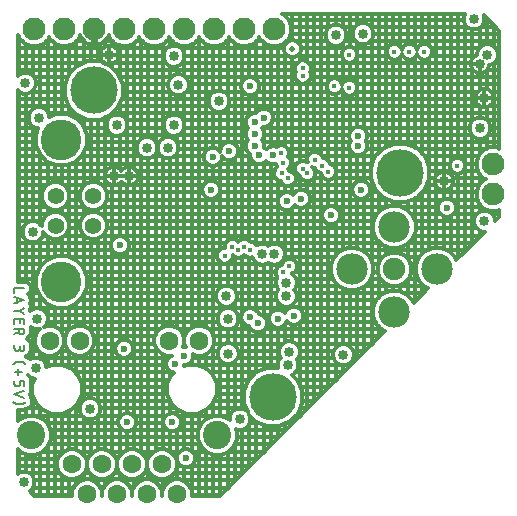
<source format=gbr>
G04 EAGLE Gerber RS-274X export*
G75*
%MOMM*%
%FSLAX34Y34*%
%LPD*%
%INCopper Layer 3*%
%IPPOS*%
%AMOC8*
5,1,8,0,0,1.08239X$1,22.5*%
G01*
%ADD10C,0.177800*%
%ADD11C,1.422400*%
%ADD12C,3.450000*%
%ADD13C,2.400300*%
%ADD14C,1.600000*%
%ADD15C,1.905000*%
%ADD16C,2.667000*%
%ADD17C,1.930400*%
%ADD18C,0.850000*%
%ADD19C,0.600000*%
%ADD20C,0.304800*%
%ADD21C,4.013200*%
%ADD22C,0.400000*%
%ADD23C,0.403200*%
%ADD24C,0.504800*%


D10*
X16891Y187071D02*
X8509Y187071D01*
X8509Y183346D01*
X8509Y179946D02*
X16891Y177152D01*
X8509Y174358D01*
X10605Y175056D02*
X10605Y179247D01*
X16891Y170802D02*
X12933Y168008D01*
X16891Y165214D01*
X12933Y168008D02*
X8509Y168008D01*
X8509Y160858D02*
X8509Y157133D01*
X8509Y160858D02*
X16891Y160858D01*
X16891Y157133D01*
X13166Y158064D02*
X13166Y160858D01*
X16891Y152869D02*
X8509Y152869D01*
X16891Y152869D02*
X16891Y150540D01*
X16889Y150445D01*
X16883Y150350D01*
X16874Y150256D01*
X16860Y150162D01*
X16843Y150068D01*
X16822Y149976D01*
X16797Y149884D01*
X16768Y149794D01*
X16736Y149704D01*
X16700Y149616D01*
X16660Y149530D01*
X16618Y149445D01*
X16571Y149362D01*
X16521Y149281D01*
X16468Y149203D01*
X16412Y149126D01*
X16353Y149052D01*
X16291Y148980D01*
X16226Y148911D01*
X16158Y148844D01*
X16088Y148781D01*
X16014Y148720D01*
X15939Y148662D01*
X15861Y148608D01*
X15781Y148556D01*
X15699Y148508D01*
X15616Y148464D01*
X15530Y148422D01*
X15443Y148385D01*
X15354Y148351D01*
X15264Y148320D01*
X15173Y148293D01*
X15081Y148270D01*
X14988Y148251D01*
X14894Y148236D01*
X14800Y148224D01*
X14705Y148216D01*
X14610Y148212D01*
X14516Y148212D01*
X14421Y148216D01*
X14326Y148224D01*
X14232Y148236D01*
X14138Y148251D01*
X14045Y148270D01*
X13953Y148293D01*
X13862Y148320D01*
X13772Y148351D01*
X13683Y148385D01*
X13596Y148422D01*
X13510Y148464D01*
X13427Y148508D01*
X13345Y148556D01*
X13265Y148608D01*
X13187Y148662D01*
X13112Y148720D01*
X13038Y148781D01*
X12968Y148844D01*
X12900Y148911D01*
X12835Y148980D01*
X12773Y149052D01*
X12714Y149126D01*
X12658Y149203D01*
X12605Y149281D01*
X12555Y149362D01*
X12508Y149445D01*
X12466Y149530D01*
X12426Y149616D01*
X12390Y149704D01*
X12358Y149794D01*
X12329Y149884D01*
X12304Y149976D01*
X12283Y150068D01*
X12266Y150162D01*
X12252Y150256D01*
X12243Y150350D01*
X12237Y150445D01*
X12235Y150540D01*
X12234Y150540D02*
X12234Y152869D01*
X12234Y150075D02*
X8509Y148212D01*
X8509Y138942D02*
X8509Y136613D01*
X8511Y136518D01*
X8517Y136423D01*
X8526Y136329D01*
X8540Y136235D01*
X8557Y136141D01*
X8578Y136049D01*
X8603Y135957D01*
X8632Y135867D01*
X8664Y135777D01*
X8700Y135689D01*
X8740Y135603D01*
X8782Y135518D01*
X8829Y135435D01*
X8879Y135354D01*
X8932Y135276D01*
X8988Y135199D01*
X9047Y135125D01*
X9109Y135053D01*
X9174Y134984D01*
X9242Y134917D01*
X9312Y134854D01*
X9386Y134793D01*
X9461Y134735D01*
X9539Y134681D01*
X9619Y134629D01*
X9701Y134581D01*
X9784Y134537D01*
X9870Y134495D01*
X9957Y134458D01*
X10046Y134424D01*
X10136Y134393D01*
X10227Y134366D01*
X10319Y134343D01*
X10412Y134324D01*
X10506Y134309D01*
X10600Y134297D01*
X10695Y134289D01*
X10790Y134285D01*
X10884Y134285D01*
X10979Y134289D01*
X11074Y134297D01*
X11168Y134309D01*
X11262Y134324D01*
X11355Y134343D01*
X11447Y134366D01*
X11538Y134393D01*
X11628Y134424D01*
X11717Y134458D01*
X11804Y134495D01*
X11890Y134537D01*
X11973Y134581D01*
X12055Y134629D01*
X12135Y134681D01*
X12213Y134735D01*
X12288Y134793D01*
X12362Y134854D01*
X12432Y134917D01*
X12500Y134984D01*
X12565Y135053D01*
X12627Y135125D01*
X12686Y135199D01*
X12742Y135276D01*
X12795Y135354D01*
X12845Y135435D01*
X12892Y135518D01*
X12934Y135603D01*
X12974Y135689D01*
X13010Y135777D01*
X13042Y135867D01*
X13071Y135957D01*
X13096Y136049D01*
X13117Y136141D01*
X13134Y136235D01*
X13148Y136329D01*
X13157Y136423D01*
X13163Y136518D01*
X13165Y136613D01*
X16891Y136148D02*
X16891Y138942D01*
X16891Y136148D02*
X16889Y136063D01*
X16883Y135979D01*
X16874Y135894D01*
X16860Y135811D01*
X16843Y135728D01*
X16822Y135645D01*
X16797Y135564D01*
X16769Y135484D01*
X16737Y135406D01*
X16701Y135329D01*
X16662Y135253D01*
X16620Y135180D01*
X16574Y135109D01*
X16525Y135039D01*
X16473Y134972D01*
X16418Y134908D01*
X16360Y134846D01*
X16300Y134786D01*
X16236Y134730D01*
X16171Y134676D01*
X16102Y134626D01*
X16032Y134579D01*
X15959Y134535D01*
X15885Y134494D01*
X15809Y134457D01*
X15731Y134423D01*
X15652Y134393D01*
X15571Y134366D01*
X15490Y134343D01*
X15407Y134324D01*
X15324Y134309D01*
X15240Y134297D01*
X15155Y134289D01*
X15070Y134285D01*
X14986Y134285D01*
X14901Y134289D01*
X14816Y134297D01*
X14732Y134309D01*
X14649Y134324D01*
X14566Y134343D01*
X14485Y134366D01*
X14404Y134393D01*
X14325Y134423D01*
X14247Y134457D01*
X14171Y134494D01*
X14096Y134535D01*
X14024Y134579D01*
X13954Y134626D01*
X13885Y134676D01*
X13820Y134730D01*
X13756Y134786D01*
X13696Y134846D01*
X13638Y134908D01*
X13583Y134972D01*
X13531Y135039D01*
X13482Y135109D01*
X13436Y135180D01*
X13394Y135253D01*
X13355Y135329D01*
X13319Y135406D01*
X13287Y135484D01*
X13259Y135564D01*
X13234Y135645D01*
X13213Y135728D01*
X13196Y135811D01*
X13182Y135894D01*
X13173Y135979D01*
X13167Y136063D01*
X13165Y136148D01*
X13166Y136148D02*
X13166Y138010D01*
X12700Y125011D02*
X12892Y125009D01*
X13083Y125002D01*
X13275Y124990D01*
X13466Y124974D01*
X13657Y124953D01*
X13847Y124928D01*
X14036Y124898D01*
X14225Y124864D01*
X14413Y124825D01*
X14600Y124781D01*
X14786Y124733D01*
X14970Y124681D01*
X15153Y124624D01*
X15335Y124563D01*
X15515Y124498D01*
X15694Y124428D01*
X15871Y124354D01*
X16046Y124275D01*
X16219Y124193D01*
X16390Y124106D01*
X16559Y124015D01*
X16726Y123920D01*
X16890Y123821D01*
X17052Y123719D01*
X17212Y123612D01*
X17369Y123502D01*
X17523Y123387D01*
X17674Y123270D01*
X17823Y123148D01*
X12700Y125011D02*
X12508Y125009D01*
X12317Y125002D01*
X12125Y124990D01*
X11934Y124974D01*
X11743Y124953D01*
X11553Y124928D01*
X11364Y124898D01*
X11175Y124864D01*
X10987Y124825D01*
X10800Y124781D01*
X10614Y124733D01*
X10430Y124681D01*
X10247Y124624D01*
X10065Y124563D01*
X9885Y124498D01*
X9706Y124428D01*
X9529Y124354D01*
X9354Y124275D01*
X9181Y124193D01*
X9010Y124106D01*
X8841Y124015D01*
X8674Y123920D01*
X8510Y123821D01*
X8348Y123719D01*
X8188Y123612D01*
X8031Y123502D01*
X7877Y123387D01*
X7726Y123270D01*
X7577Y123148D01*
X11769Y118986D02*
X11769Y113398D01*
X8975Y116192D02*
X14563Y116192D01*
X8509Y108767D02*
X8509Y105973D01*
X8511Y105889D01*
X8516Y105806D01*
X8526Y105723D01*
X8539Y105640D01*
X8556Y105558D01*
X8576Y105477D01*
X8600Y105397D01*
X8628Y105318D01*
X8659Y105241D01*
X8693Y105165D01*
X8731Y105090D01*
X8773Y105017D01*
X8817Y104947D01*
X8865Y104878D01*
X8915Y104811D01*
X8969Y104747D01*
X9025Y104686D01*
X9085Y104626D01*
X9146Y104570D01*
X9210Y104516D01*
X9277Y104466D01*
X9346Y104418D01*
X9416Y104374D01*
X9489Y104332D01*
X9564Y104294D01*
X9640Y104260D01*
X9717Y104229D01*
X9796Y104201D01*
X9876Y104177D01*
X9957Y104157D01*
X10039Y104140D01*
X10122Y104127D01*
X10205Y104117D01*
X10288Y104112D01*
X10372Y104110D01*
X11303Y104110D01*
X11387Y104112D01*
X11470Y104118D01*
X11553Y104127D01*
X11636Y104140D01*
X11718Y104157D01*
X11799Y104177D01*
X11879Y104201D01*
X11958Y104229D01*
X12035Y104260D01*
X12111Y104294D01*
X12186Y104332D01*
X12259Y104374D01*
X12329Y104418D01*
X12398Y104466D01*
X12465Y104516D01*
X12529Y104570D01*
X12590Y104626D01*
X12650Y104686D01*
X12706Y104747D01*
X12760Y104811D01*
X12810Y104878D01*
X12858Y104947D01*
X12902Y105017D01*
X12944Y105090D01*
X12982Y105165D01*
X13016Y105241D01*
X13047Y105318D01*
X13075Y105397D01*
X13099Y105477D01*
X13119Y105558D01*
X13136Y105640D01*
X13149Y105723D01*
X13159Y105806D01*
X13164Y105889D01*
X13166Y105973D01*
X13166Y108767D01*
X16891Y108767D01*
X16891Y104110D01*
X16891Y100088D02*
X8509Y97294D01*
X16891Y94500D01*
X12700Y89085D02*
X12508Y89087D01*
X12316Y89094D01*
X12125Y89106D01*
X11934Y89122D01*
X11743Y89143D01*
X11553Y89168D01*
X11364Y89198D01*
X11175Y89232D01*
X10987Y89271D01*
X10800Y89315D01*
X10614Y89363D01*
X10430Y89415D01*
X10247Y89472D01*
X10065Y89533D01*
X9885Y89598D01*
X9706Y89668D01*
X9529Y89742D01*
X9354Y89821D01*
X9181Y89903D01*
X9010Y89990D01*
X8841Y90081D01*
X8674Y90176D01*
X8510Y90275D01*
X8348Y90377D01*
X8188Y90484D01*
X8031Y90594D01*
X7877Y90709D01*
X7726Y90826D01*
X7577Y90948D01*
X12700Y89085D02*
X12892Y89087D01*
X13084Y89094D01*
X13275Y89106D01*
X13466Y89122D01*
X13657Y89143D01*
X13847Y89168D01*
X14036Y89198D01*
X14225Y89232D01*
X14413Y89271D01*
X14600Y89315D01*
X14786Y89363D01*
X14970Y89415D01*
X15153Y89472D01*
X15335Y89533D01*
X15515Y89598D01*
X15694Y89668D01*
X15871Y89742D01*
X16046Y89821D01*
X16219Y89903D01*
X16390Y89990D01*
X16559Y90081D01*
X16726Y90176D01*
X16890Y90275D01*
X17052Y90377D01*
X17212Y90484D01*
X17369Y90594D01*
X17523Y90709D01*
X17674Y90826D01*
X17823Y90948D01*
D11*
X75260Y265230D03*
X75260Y240230D03*
X43260Y240230D03*
X43260Y265230D03*
D12*
X48260Y192530D03*
X48260Y312930D03*
D13*
X22860Y62738D03*
X180340Y62738D03*
D14*
X38227Y142748D03*
X63627Y142748D03*
X139573Y142748D03*
X164973Y142748D03*
X57150Y38100D03*
X69850Y12700D03*
X82550Y38100D03*
X95250Y12700D03*
X107950Y38100D03*
X120650Y12700D03*
X133350Y38100D03*
X146050Y12700D03*
D15*
X330200Y203200D03*
D16*
X366261Y203200D03*
X330200Y239261D03*
X294139Y203200D03*
X330200Y167139D03*
D17*
X414020Y292100D03*
X414020Y266700D03*
X76200Y406400D03*
X101600Y406400D03*
X127000Y406400D03*
X152400Y406400D03*
X177800Y406400D03*
X203200Y406400D03*
X228600Y406400D03*
X50800Y406400D03*
X25400Y406400D03*
D18*
X17780Y360680D03*
X120650Y306070D03*
D19*
X212090Y317500D03*
X219710Y331470D03*
D18*
X402590Y322580D03*
X143510Y383540D03*
D19*
X299636Y316314D03*
X238931Y260794D03*
X175260Y270510D03*
X97790Y223520D03*
X276860Y248920D03*
D18*
X189230Y161290D03*
X218440Y215900D03*
X238760Y180340D03*
D19*
X245110Y163830D03*
X231600Y161290D03*
D18*
X240030Y121920D03*
X406400Y243840D03*
X199390Y76200D03*
X26670Y119380D03*
X16510Y22860D03*
X24130Y234950D03*
X27940Y161290D03*
X397510Y415290D03*
X408940Y384810D03*
X280670Y401320D03*
X147320Y359410D03*
X95250Y325120D03*
X29210Y331470D03*
D20*
X92710Y281940D02*
X97636Y281940D01*
X92710Y281940D02*
X92710Y281940D01*
X105410Y281940D01*
X105410Y281940D01*
X97636Y281940D01*
X50799Y145249D02*
X50799Y140247D01*
X50799Y145249D02*
X48885Y149869D01*
X45348Y153406D01*
X40728Y155320D01*
X35726Y155320D01*
X33541Y154415D01*
X35419Y156293D01*
X36762Y159535D01*
X36762Y163045D01*
X35419Y166287D01*
X32937Y168769D01*
X29695Y170112D01*
X26185Y170112D01*
X22943Y168769D01*
X21985Y167811D01*
X21951Y168008D01*
X22657Y172103D01*
X21507Y173731D01*
X21949Y175056D01*
X22787Y176732D01*
X22647Y177152D01*
X22787Y177571D01*
X21949Y179247D01*
X21356Y181024D01*
X20961Y181222D01*
X20764Y181617D01*
X19561Y182018D01*
X22352Y184809D01*
X22352Y189333D01*
X19153Y192532D01*
X11430Y192532D01*
X11430Y354554D01*
X12783Y353201D01*
X16025Y351858D01*
X19535Y351858D01*
X22777Y353201D01*
X25259Y355683D01*
X26602Y358925D01*
X26602Y362435D01*
X25259Y365677D01*
X22777Y368159D01*
X19535Y369502D01*
X16025Y369502D01*
X12783Y368159D01*
X11430Y366806D01*
X11430Y401320D01*
X11910Y401800D01*
X13341Y398343D01*
X17343Y394341D01*
X22571Y392176D01*
X28229Y392176D01*
X33457Y394341D01*
X37459Y398343D01*
X38100Y399891D01*
X38741Y398343D01*
X42743Y394341D01*
X47971Y392176D01*
X53629Y392176D01*
X58857Y394341D01*
X62859Y398343D01*
X64051Y401221D01*
X64931Y399494D01*
X66150Y397816D01*
X67616Y396350D01*
X69294Y395131D01*
X71142Y394189D01*
X73115Y393548D01*
X75163Y393224D01*
X75184Y393224D01*
X75184Y405384D01*
X77216Y405384D01*
X77216Y393224D01*
X77237Y393224D01*
X79285Y393548D01*
X81258Y394189D01*
X83106Y395131D01*
X84784Y396350D01*
X86250Y397816D01*
X87469Y399494D01*
X88349Y401221D01*
X89541Y398343D01*
X93543Y394341D01*
X98771Y392176D01*
X104429Y392176D01*
X109657Y394341D01*
X113659Y398343D01*
X114300Y399891D01*
X114941Y398343D01*
X118943Y394341D01*
X124171Y392176D01*
X129829Y392176D01*
X135057Y394341D01*
X139059Y398343D01*
X139700Y399891D01*
X140341Y398343D01*
X144343Y394341D01*
X149571Y392176D01*
X155229Y392176D01*
X160457Y394341D01*
X164459Y398343D01*
X165100Y399891D01*
X165741Y398343D01*
X169743Y394341D01*
X174971Y392176D01*
X180629Y392176D01*
X185857Y394341D01*
X189859Y398343D01*
X190500Y399891D01*
X191141Y398343D01*
X195143Y394341D01*
X200371Y392176D01*
X206029Y392176D01*
X211257Y394341D01*
X215259Y398343D01*
X215900Y399891D01*
X216541Y398343D01*
X220543Y394341D01*
X225771Y392176D01*
X231429Y392176D01*
X236657Y394341D01*
X240659Y398343D01*
X242824Y403571D01*
X242824Y409229D01*
X240659Y414457D01*
X236657Y418459D01*
X235109Y419100D01*
X389539Y419100D01*
X388688Y417045D01*
X388688Y413535D01*
X390031Y410293D01*
X392513Y407811D01*
X395755Y406468D01*
X399265Y406468D01*
X402507Y407811D01*
X404989Y410293D01*
X406332Y413535D01*
X406332Y417045D01*
X405729Y418501D01*
X419100Y405130D01*
X419100Y305392D01*
X416849Y306324D01*
X411191Y306324D01*
X405963Y304159D01*
X401961Y300157D01*
X399796Y294929D01*
X399796Y289271D01*
X401961Y284043D01*
X405963Y280041D01*
X407511Y279400D01*
X405963Y278759D01*
X401961Y274757D01*
X399796Y269529D01*
X399796Y263871D01*
X401961Y258643D01*
X405963Y254641D01*
X411191Y252476D01*
X416849Y252476D01*
X419100Y253408D01*
X419100Y247650D01*
X415222Y243772D01*
X415222Y245595D01*
X413879Y248837D01*
X411397Y251319D01*
X408155Y252662D01*
X404645Y252662D01*
X401403Y251319D01*
X398921Y248837D01*
X397578Y245595D01*
X397578Y242085D01*
X398921Y238843D01*
X401403Y236361D01*
X404645Y235018D01*
X406468Y235018D01*
X382424Y210974D01*
X381442Y213343D01*
X376405Y218381D01*
X369823Y221107D01*
X362699Y221107D01*
X356118Y218381D01*
X351080Y213343D01*
X348354Y206762D01*
X348354Y199638D01*
X351080Y193057D01*
X356118Y188019D01*
X358488Y187038D01*
X346362Y174912D01*
X345381Y177282D01*
X340343Y182320D01*
X333762Y185046D01*
X326638Y185046D01*
X320057Y182320D01*
X315019Y177282D01*
X312293Y170701D01*
X312293Y163577D01*
X315019Y156995D01*
X320057Y151958D01*
X322426Y150976D01*
X182880Y11430D01*
X158622Y11430D01*
X158622Y15201D01*
X156708Y19821D01*
X153171Y23358D01*
X148551Y25272D01*
X143549Y25272D01*
X138929Y23358D01*
X135392Y19821D01*
X133478Y15201D01*
X133478Y11430D01*
X133222Y11430D01*
X133222Y15201D01*
X131308Y19821D01*
X127771Y23358D01*
X123151Y25272D01*
X118149Y25272D01*
X113529Y23358D01*
X109992Y19821D01*
X108078Y15201D01*
X108078Y11430D01*
X107822Y11430D01*
X107822Y15201D01*
X105908Y19821D01*
X102371Y23358D01*
X97751Y25272D01*
X92749Y25272D01*
X88129Y23358D01*
X84592Y19821D01*
X82678Y15201D01*
X82678Y11430D01*
X82422Y11430D01*
X82422Y15201D01*
X80508Y19821D01*
X76971Y23358D01*
X72351Y25272D01*
X67349Y25272D01*
X62729Y23358D01*
X59192Y19821D01*
X57278Y15201D01*
X57278Y11430D01*
X25400Y11430D01*
X21466Y15364D01*
X21507Y15381D01*
X23989Y17863D01*
X25332Y21105D01*
X25332Y24615D01*
X23989Y27857D01*
X21507Y30339D01*
X18265Y31682D01*
X14755Y31682D01*
X11513Y30339D01*
X11430Y30256D01*
X11430Y50730D01*
X13472Y48688D01*
X19563Y46165D01*
X26157Y46165D01*
X32248Y48688D01*
X36910Y53350D01*
X39433Y59441D01*
X39433Y66035D01*
X36910Y72126D01*
X32248Y76788D01*
X26157Y79311D01*
X19563Y79311D01*
X13472Y76788D01*
X11430Y74746D01*
X11430Y83624D01*
X15067Y83624D01*
X19516Y85242D01*
X19516Y85242D01*
X21330Y86763D01*
X23064Y88216D01*
X23461Y92722D01*
X22455Y93923D01*
X22787Y94919D01*
X21600Y97294D01*
X22787Y99669D01*
X22134Y101630D01*
X22352Y101848D01*
X22352Y111029D01*
X19737Y113643D01*
X19834Y113740D01*
X21673Y111901D01*
X24915Y110558D01*
X25617Y110558D01*
X23622Y105743D01*
X23622Y97457D01*
X26793Y89802D01*
X32652Y83943D01*
X40307Y80772D01*
X48593Y80772D01*
X56248Y83943D01*
X62107Y89802D01*
X65278Y97457D01*
X65278Y105743D01*
X62107Y113398D01*
X56248Y119257D01*
X48593Y122428D01*
X40307Y122428D01*
X35492Y120433D01*
X35492Y121135D01*
X34149Y124377D01*
X31667Y126859D01*
X28425Y128202D01*
X24915Y128202D01*
X21822Y126921D01*
X21330Y127333D01*
X19516Y128854D01*
X19516Y128854D01*
X17989Y129409D01*
X19555Y129918D01*
X19555Y129918D01*
X22352Y133768D01*
X22352Y141204D01*
X19488Y144068D01*
X22352Y148009D01*
X22352Y154402D01*
X22943Y153811D01*
X26185Y152468D01*
X29695Y152468D01*
X30502Y152802D01*
X27569Y149869D01*
X25655Y145249D01*
X25655Y140247D01*
X27569Y135627D01*
X31106Y132090D01*
X35726Y130176D01*
X40728Y130176D01*
X45348Y132090D01*
X48885Y135627D01*
X50799Y140247D01*
X250936Y388479D02*
X250936Y391301D01*
X249856Y393910D01*
X247860Y395906D01*
X245251Y396986D01*
X242429Y396986D01*
X239820Y395906D01*
X237824Y393910D01*
X236744Y391301D01*
X236744Y388479D01*
X237824Y385870D01*
X239820Y383874D01*
X242429Y382794D01*
X245251Y382794D01*
X247860Y383874D01*
X249856Y385870D01*
X250936Y388479D01*
X261580Y289322D02*
X262734Y289322D01*
X263655Y287098D01*
X265508Y285245D01*
X267790Y284300D01*
X268735Y282018D01*
X270588Y280165D01*
X273010Y279162D01*
X275630Y279162D01*
X278052Y280165D01*
X279905Y282018D01*
X280908Y284440D01*
X280908Y287060D01*
X279905Y289482D01*
X278052Y291335D01*
X275770Y292280D01*
X274825Y294562D01*
X272972Y296415D01*
X270550Y297418D01*
X269396Y297418D01*
X268475Y299642D01*
X266622Y301495D01*
X264200Y302498D01*
X261580Y302498D01*
X259158Y301495D01*
X257305Y299642D01*
X256302Y297220D01*
X256302Y294600D01*
X256717Y293597D01*
X256453Y293861D01*
X254037Y294862D01*
X251423Y294862D01*
X249007Y293861D01*
X247159Y292013D01*
X246158Y289597D01*
X246158Y286983D01*
X247159Y284567D01*
X249007Y282719D01*
X250373Y282153D01*
X250955Y280748D01*
X252808Y278895D01*
X255230Y277892D01*
X257850Y277892D01*
X260272Y278895D01*
X262125Y280748D01*
X263128Y283170D01*
X263128Y285790D01*
X262125Y288212D01*
X260615Y289721D01*
X261580Y289322D01*
X81212Y86845D02*
X81212Y83335D01*
X81212Y86845D02*
X79869Y90087D01*
X77387Y92569D01*
X74145Y93912D01*
X70635Y93912D01*
X67393Y92569D01*
X64911Y90087D01*
X63568Y86845D01*
X63568Y83335D01*
X64911Y80093D01*
X67393Y77611D01*
X70635Y76268D01*
X74145Y76268D01*
X77387Y77611D01*
X79869Y80093D01*
X81212Y83335D01*
X198317Y130060D02*
X198317Y133570D01*
X196974Y136812D01*
X194492Y139294D01*
X191250Y140637D01*
X187740Y140637D01*
X184498Y139294D01*
X182016Y136812D01*
X180673Y133570D01*
X180673Y130060D01*
X182016Y126818D01*
X184498Y124336D01*
X187740Y122993D01*
X191250Y122993D01*
X194492Y124336D01*
X196974Y126818D01*
X198317Y130060D01*
X109172Y134384D02*
X109172Y137396D01*
X108019Y140179D01*
X105889Y142309D01*
X103106Y143462D01*
X100094Y143462D01*
X97311Y142309D01*
X95181Y140179D01*
X94028Y137396D01*
X94028Y134384D01*
X95181Y131601D01*
X97311Y129471D01*
X100094Y128318D01*
X103106Y128318D01*
X105889Y129471D01*
X108019Y131601D01*
X109172Y134384D01*
X152332Y323365D02*
X152332Y326875D01*
X150989Y330117D01*
X148507Y332599D01*
X145265Y333942D01*
X141755Y333942D01*
X138513Y332599D01*
X136031Y330117D01*
X134688Y326875D01*
X134688Y323365D01*
X136031Y320123D01*
X138513Y317641D01*
X141755Y316298D01*
X145265Y316298D01*
X148507Y317641D01*
X150989Y320123D01*
X152332Y323365D01*
X147252Y307825D02*
X147252Y304315D01*
X147252Y307825D02*
X145909Y311067D01*
X143427Y313549D01*
X140185Y314892D01*
X136675Y314892D01*
X133433Y313549D01*
X130951Y311067D01*
X129608Y307825D01*
X129608Y304315D01*
X130951Y301073D01*
X133433Y298591D01*
X136675Y297248D01*
X140185Y297248D01*
X143427Y298591D01*
X145909Y301073D01*
X147252Y304315D01*
X406400Y347980D02*
X406400Y355754D01*
X406400Y347980D02*
X406400Y347980D01*
X406400Y355754D01*
X405634Y355754D01*
X404132Y355455D01*
X402718Y354869D01*
X401444Y354018D01*
X400362Y352936D01*
X399511Y351662D01*
X398925Y350248D01*
X398626Y348746D01*
X398626Y347980D01*
X406400Y347980D01*
X406400Y347980D01*
X398626Y347980D01*
X398626Y347214D01*
X398925Y345712D01*
X399511Y344298D01*
X400362Y343024D01*
X401444Y341942D01*
X402718Y341091D01*
X404132Y340505D01*
X405634Y340206D01*
X406400Y340206D01*
X406400Y347980D01*
X406400Y347980D01*
X406400Y340206D01*
X407166Y340206D01*
X408668Y340505D01*
X410082Y341091D01*
X411356Y341942D01*
X412438Y343024D01*
X413289Y344298D01*
X413875Y345712D01*
X414174Y347214D01*
X414174Y347980D01*
X406400Y347980D01*
X406400Y347980D01*
X414174Y347980D01*
X414174Y348746D01*
X413875Y350248D01*
X413289Y351662D01*
X412438Y352936D01*
X411356Y354018D01*
X410082Y354869D01*
X408668Y355455D01*
X407166Y355754D01*
X406400Y355754D01*
X104072Y326875D02*
X104072Y323365D01*
X104072Y326875D02*
X102729Y330117D01*
X100247Y332599D01*
X97005Y333942D01*
X93495Y333942D01*
X90253Y332599D01*
X87771Y330117D01*
X86428Y326875D01*
X86428Y323365D01*
X87771Y320123D01*
X90253Y317641D01*
X93495Y316298D01*
X97005Y316298D01*
X100247Y317641D01*
X102729Y320123D01*
X104072Y323365D01*
X156142Y357655D02*
X156142Y361165D01*
X154799Y364407D01*
X152317Y366889D01*
X149075Y368232D01*
X145565Y368232D01*
X142323Y366889D01*
X139841Y364407D01*
X138498Y361165D01*
X138498Y357655D01*
X139841Y354413D01*
X142323Y351931D01*
X145565Y350588D01*
X149075Y350588D01*
X152317Y351931D01*
X154799Y354413D01*
X156142Y357655D01*
X289492Y399565D02*
X289492Y403075D01*
X288149Y406317D01*
X285667Y408799D01*
X282425Y410142D01*
X278915Y410142D01*
X275673Y408799D01*
X273191Y406317D01*
X271848Y403075D01*
X271848Y399565D01*
X273191Y396323D01*
X275673Y393841D01*
X278915Y392498D01*
X282425Y392498D01*
X285667Y393841D01*
X288149Y396323D01*
X289492Y399565D01*
X417762Y386565D02*
X417762Y383055D01*
X417762Y386565D02*
X416419Y389807D01*
X413937Y392289D01*
X410695Y393632D01*
X407185Y393632D01*
X403943Y392289D01*
X401461Y389807D01*
X400118Y386565D01*
X400118Y384581D01*
X398908Y384079D01*
X397634Y383228D01*
X396552Y382146D01*
X395701Y380872D01*
X395115Y379458D01*
X394816Y377956D01*
X394816Y377190D01*
X402590Y377190D01*
X402590Y377190D01*
X394816Y377190D01*
X394816Y376424D01*
X395115Y374922D01*
X395701Y373508D01*
X396552Y372234D01*
X397634Y371152D01*
X398908Y370301D01*
X400322Y369715D01*
X401824Y369416D01*
X402590Y369416D01*
X402590Y377190D01*
X402590Y377190D01*
X402590Y369416D01*
X403356Y369416D01*
X404858Y369715D01*
X406272Y370301D01*
X407546Y371152D01*
X408628Y372234D01*
X409479Y373508D01*
X410065Y374922D01*
X410277Y375988D01*
X410695Y375988D01*
X413937Y377331D01*
X416419Y379813D01*
X417762Y383055D01*
X411412Y324335D02*
X411412Y320825D01*
X411412Y324335D02*
X410069Y327577D01*
X407587Y330059D01*
X404345Y331402D01*
X400835Y331402D01*
X397593Y330059D01*
X395111Y327577D01*
X393768Y324335D01*
X393768Y320825D01*
X395111Y317583D01*
X397593Y315101D01*
X400835Y313758D01*
X404345Y313758D01*
X407587Y315101D01*
X410069Y317583D01*
X411412Y320825D01*
X227282Y329964D02*
X227282Y332976D01*
X226129Y335759D01*
X223999Y337889D01*
X221216Y339042D01*
X218204Y339042D01*
X215421Y337889D01*
X213291Y335759D01*
X213072Y335232D01*
X210584Y335232D01*
X207801Y334079D01*
X205671Y331949D01*
X204518Y329166D01*
X204518Y326154D01*
X205671Y323371D01*
X206462Y322580D01*
X205671Y321789D01*
X204518Y319006D01*
X204518Y315994D01*
X205671Y313211D01*
X206462Y312420D01*
X205671Y311629D01*
X204518Y308846D01*
X204518Y305834D01*
X205671Y303051D01*
X207801Y300921D01*
X208328Y300702D01*
X208328Y298214D01*
X209481Y295431D01*
X211611Y293301D01*
X214394Y292148D01*
X217406Y292148D01*
X220189Y293301D01*
X221615Y294727D01*
X223137Y293205D01*
X225920Y292052D01*
X228932Y292052D01*
X229648Y292348D01*
X229648Y292063D01*
X230649Y289647D01*
X230736Y289560D01*
X229379Y288203D01*
X228378Y285787D01*
X228378Y283173D01*
X229379Y280757D01*
X231227Y278909D01*
X233643Y277908D01*
X233870Y277908D01*
X234459Y276487D01*
X236307Y274639D01*
X238723Y273638D01*
X241337Y273638D01*
X243753Y274639D01*
X245601Y276487D01*
X246602Y278903D01*
X246602Y281517D01*
X245601Y283933D01*
X243753Y285781D01*
X241337Y286782D01*
X241110Y286782D01*
X240521Y288203D01*
X240434Y288290D01*
X241791Y289647D01*
X242792Y292063D01*
X242792Y294677D01*
X241791Y297093D01*
X240363Y298521D01*
X241043Y300162D01*
X241043Y302777D01*
X240042Y305192D01*
X238193Y307041D01*
X235778Y308041D01*
X233163Y308041D01*
X230748Y307041D01*
X230326Y306619D01*
X228932Y307196D01*
X225920Y307196D01*
X223137Y306043D01*
X221711Y304617D01*
X220189Y306139D01*
X219662Y306358D01*
X219662Y308846D01*
X218509Y311629D01*
X217718Y312420D01*
X218509Y313211D01*
X219662Y315994D01*
X219662Y319006D01*
X218509Y321789D01*
X217718Y322580D01*
X218509Y323371D01*
X218728Y323898D01*
X221216Y323898D01*
X223999Y325051D01*
X226129Y327181D01*
X227282Y329964D01*
X312046Y206762D02*
X312046Y199638D01*
X312046Y206762D02*
X309320Y213343D01*
X304282Y218381D01*
X297701Y221107D01*
X290577Y221107D01*
X283995Y218381D01*
X278958Y213343D01*
X276232Y206762D01*
X276232Y199638D01*
X278958Y193057D01*
X283995Y188019D01*
X290577Y185293D01*
X297701Y185293D01*
X304282Y188019D01*
X309320Y193057D01*
X312046Y199638D01*
X344297Y200396D02*
X344297Y206004D01*
X342151Y211185D01*
X338185Y215151D01*
X333004Y217297D01*
X327396Y217297D01*
X322215Y215151D01*
X318249Y211185D01*
X316103Y206004D01*
X316103Y200396D01*
X318249Y195215D01*
X322215Y191249D01*
X327396Y189103D01*
X333004Y189103D01*
X338185Y191249D01*
X342151Y195215D01*
X344297Y200396D01*
X145922Y40601D02*
X145922Y35599D01*
X145922Y40601D02*
X144008Y45221D01*
X140471Y48758D01*
X135851Y50672D01*
X130849Y50672D01*
X126229Y48758D01*
X122692Y45221D01*
X120778Y40601D01*
X120778Y35599D01*
X122692Y30979D01*
X126229Y27442D01*
X130849Y25528D01*
X135851Y25528D01*
X140471Y27442D01*
X144008Y30979D01*
X145922Y35599D01*
X95122Y35599D02*
X95122Y40601D01*
X93208Y45221D01*
X89671Y48758D01*
X85051Y50672D01*
X80049Y50672D01*
X75429Y48758D01*
X71892Y45221D01*
X69978Y40601D01*
X69978Y35599D01*
X71892Y30979D01*
X75429Y27442D01*
X80049Y25528D01*
X85051Y25528D01*
X89671Y27442D01*
X93208Y30979D01*
X95122Y35599D01*
X86944Y262906D02*
X86944Y267554D01*
X85165Y271848D01*
X81878Y275135D01*
X77584Y276914D01*
X72936Y276914D01*
X68642Y275135D01*
X65355Y271848D01*
X63576Y267554D01*
X63576Y262906D01*
X65355Y258612D01*
X68642Y255325D01*
X72936Y253546D01*
X77584Y253546D01*
X81878Y255325D01*
X85165Y258612D01*
X86944Y262906D01*
X86944Y242554D02*
X86944Y237906D01*
X86944Y242554D02*
X85165Y246848D01*
X81878Y250135D01*
X77584Y251914D01*
X72936Y251914D01*
X68642Y250135D01*
X65355Y246848D01*
X63576Y242554D01*
X63576Y237906D01*
X65355Y233612D01*
X68642Y230325D01*
X72936Y228546D01*
X77584Y228546D01*
X81878Y230325D01*
X85165Y233612D01*
X86944Y237906D01*
X54944Y237906D02*
X54944Y242554D01*
X53165Y246848D01*
X49878Y250135D01*
X45584Y251914D01*
X40936Y251914D01*
X36642Y250135D01*
X33355Y246848D01*
X31576Y242554D01*
X31576Y239980D01*
X29127Y242429D01*
X25885Y243772D01*
X22375Y243772D01*
X19133Y242429D01*
X16651Y239947D01*
X15308Y236705D01*
X15308Y233195D01*
X16651Y229953D01*
X19133Y227471D01*
X22375Y226128D01*
X25885Y226128D01*
X29127Y227471D01*
X31609Y229953D01*
X32952Y233195D01*
X32952Y234584D01*
X33355Y233612D01*
X36642Y230325D01*
X40936Y228546D01*
X45584Y228546D01*
X49878Y230325D01*
X53165Y233612D01*
X54944Y237906D01*
X54944Y262906D02*
X54944Y267554D01*
X53165Y271848D01*
X49878Y275135D01*
X45584Y276914D01*
X40936Y276914D01*
X36642Y275135D01*
X33355Y271848D01*
X31576Y267554D01*
X31576Y262906D01*
X33355Y258612D01*
X36642Y255325D01*
X40936Y253546D01*
X45584Y253546D01*
X49878Y255325D01*
X53165Y258612D01*
X54944Y262906D01*
X70082Y196871D02*
X70082Y188189D01*
X70082Y196871D02*
X66760Y204891D01*
X60621Y211030D01*
X52601Y214352D01*
X43919Y214352D01*
X35899Y211030D01*
X29760Y204891D01*
X26438Y196871D01*
X26438Y188189D01*
X29760Y180169D01*
X35899Y174030D01*
X43919Y170708D01*
X52601Y170708D01*
X60621Y174030D01*
X66760Y180169D01*
X70082Y188189D01*
X70082Y308589D02*
X70082Y317271D01*
X66760Y325291D01*
X60621Y331430D01*
X52601Y334752D01*
X43919Y334752D01*
X38032Y332313D01*
X38032Y333225D01*
X36689Y336467D01*
X34207Y338949D01*
X30965Y340292D01*
X27455Y340292D01*
X24213Y338949D01*
X21731Y336467D01*
X20388Y333225D01*
X20388Y329715D01*
X21731Y326473D01*
X24213Y323991D01*
X27455Y322648D01*
X28665Y322648D01*
X26438Y317271D01*
X26438Y308589D01*
X29760Y300569D01*
X35899Y294430D01*
X43919Y291108D01*
X52601Y291108D01*
X60621Y294430D01*
X66760Y300569D01*
X70082Y308589D01*
X76199Y145249D02*
X76199Y140247D01*
X76199Y145249D02*
X74285Y149869D01*
X70748Y153406D01*
X66128Y155320D01*
X61126Y155320D01*
X56506Y153406D01*
X52969Y149869D01*
X51055Y145249D01*
X51055Y140247D01*
X52969Y135627D01*
X56506Y132090D01*
X61126Y130176D01*
X66128Y130176D01*
X70748Y132090D01*
X74285Y135627D01*
X76199Y140247D01*
X69722Y40601D02*
X69722Y35599D01*
X69722Y40601D02*
X67808Y45221D01*
X64271Y48758D01*
X59651Y50672D01*
X54649Y50672D01*
X50029Y48758D01*
X46492Y45221D01*
X44578Y40601D01*
X44578Y35599D01*
X46492Y30979D01*
X50029Y27442D01*
X54649Y25528D01*
X59651Y25528D01*
X64271Y27442D01*
X67808Y30979D01*
X69722Y35599D01*
X120522Y35599D02*
X120522Y40601D01*
X118608Y45221D01*
X115071Y48758D01*
X110451Y50672D01*
X105449Y50672D01*
X100829Y48758D01*
X97292Y45221D01*
X95378Y40601D01*
X95378Y35599D01*
X97292Y30979D01*
X100829Y27442D01*
X105449Y25528D01*
X110451Y25528D01*
X115071Y27442D01*
X118608Y30979D01*
X120522Y35599D01*
X179578Y97457D02*
X179578Y105743D01*
X176407Y113398D01*
X170548Y119257D01*
X162893Y122428D01*
X154607Y122428D01*
X152257Y121455D01*
X152352Y121684D01*
X152352Y122158D01*
X153906Y122158D01*
X156689Y123311D01*
X158819Y125441D01*
X159972Y128224D01*
X159972Y131212D01*
X162472Y130176D01*
X167474Y130176D01*
X172094Y132090D01*
X175631Y135627D01*
X177545Y140247D01*
X177545Y145249D01*
X175631Y149869D01*
X172094Y153406D01*
X167474Y155320D01*
X162472Y155320D01*
X157852Y153406D01*
X154315Y149869D01*
X152401Y145249D01*
X152401Y140247D01*
X153621Y137302D01*
X150925Y137302D01*
X152145Y140247D01*
X152145Y145249D01*
X150231Y149869D01*
X146694Y153406D01*
X142074Y155320D01*
X137072Y155320D01*
X132452Y153406D01*
X128915Y149869D01*
X127001Y145249D01*
X127001Y140247D01*
X128915Y135627D01*
X132452Y132090D01*
X137072Y130176D01*
X141859Y130176D01*
X140491Y129609D01*
X138361Y127479D01*
X137208Y124696D01*
X137208Y121684D01*
X138361Y118901D01*
X140491Y116771D01*
X143274Y115618D01*
X143313Y115618D01*
X141093Y113398D01*
X137922Y105743D01*
X137922Y97457D01*
X141093Y89802D01*
X146952Y83943D01*
X154607Y80772D01*
X162893Y80772D01*
X170548Y83943D01*
X176407Y89802D01*
X179578Y97457D01*
X348107Y235699D02*
X348107Y242823D01*
X345381Y249405D01*
X340343Y254442D01*
X333762Y257168D01*
X326638Y257168D01*
X320057Y254442D01*
X315019Y249405D01*
X312293Y242823D01*
X312293Y235699D01*
X315019Y229118D01*
X320057Y224080D01*
X326638Y221354D01*
X333762Y221354D01*
X340343Y224080D01*
X345381Y229118D01*
X348107Y235699D01*
X129472Y304315D02*
X129472Y307825D01*
X128129Y311067D01*
X125647Y313549D01*
X122405Y314892D01*
X118895Y314892D01*
X115653Y313549D01*
X113171Y311067D01*
X111828Y307825D01*
X111828Y304315D01*
X113171Y301073D01*
X115653Y298591D01*
X118895Y297248D01*
X122405Y297248D01*
X125647Y298591D01*
X128129Y301073D01*
X129472Y304315D01*
X152332Y381785D02*
X152332Y385295D01*
X150989Y388537D01*
X148507Y391019D01*
X145265Y392362D01*
X141755Y392362D01*
X138513Y391019D01*
X136031Y388537D01*
X134688Y385295D01*
X134688Y381785D01*
X136031Y378543D01*
X138513Y376061D01*
X141755Y374718D01*
X145265Y374718D01*
X148507Y376061D01*
X150989Y378543D01*
X152332Y381785D01*
X307208Y317820D02*
X307208Y314807D01*
X307208Y317820D02*
X306056Y320603D01*
X303926Y322733D01*
X301143Y323886D01*
X298130Y323886D01*
X295347Y322733D01*
X293217Y320603D01*
X292064Y317820D01*
X292064Y314807D01*
X293217Y312024D01*
X293457Y311785D01*
X293301Y311629D01*
X292148Y308846D01*
X292148Y305834D01*
X293301Y303051D01*
X295431Y300921D01*
X298214Y299768D01*
X301226Y299768D01*
X304009Y300921D01*
X306139Y303051D01*
X307292Y305834D01*
X307292Y308846D01*
X306139Y311629D01*
X305900Y311869D01*
X306056Y312024D01*
X307208Y314807D01*
X243220Y267213D02*
X240437Y268366D01*
X237425Y268366D01*
X234642Y267213D01*
X232512Y265083D01*
X231359Y262300D01*
X231359Y259288D01*
X232512Y256505D01*
X234642Y254375D01*
X237425Y253222D01*
X240437Y253222D01*
X243220Y254375D01*
X245350Y256505D01*
X245874Y257768D01*
X247171Y256471D01*
X249954Y255318D01*
X252966Y255318D01*
X255749Y256471D01*
X257879Y258601D01*
X259032Y261384D01*
X259032Y264396D01*
X257879Y267179D01*
X255749Y269309D01*
X252966Y270462D01*
X249954Y270462D01*
X247171Y269309D01*
X245041Y267179D01*
X244518Y265916D01*
X243220Y267213D01*
X182832Y269004D02*
X182832Y272016D01*
X181679Y274799D01*
X179549Y276929D01*
X176766Y278082D01*
X173754Y278082D01*
X170971Y276929D01*
X168841Y274799D01*
X167688Y272016D01*
X167688Y269004D01*
X168841Y266221D01*
X170971Y264091D01*
X173754Y262938D01*
X176766Y262938D01*
X179549Y264091D01*
X181679Y266221D01*
X182832Y269004D01*
X105362Y225026D02*
X105362Y222014D01*
X105362Y225026D02*
X104209Y227809D01*
X102079Y229939D01*
X99296Y231092D01*
X96284Y231092D01*
X93501Y229939D01*
X91371Y227809D01*
X90218Y225026D01*
X90218Y222014D01*
X91371Y219231D01*
X93501Y217101D01*
X96284Y215948D01*
X99296Y215948D01*
X102079Y217101D01*
X104209Y219231D01*
X105362Y222014D01*
X284432Y247414D02*
X284432Y250426D01*
X283279Y253209D01*
X281149Y255339D01*
X278366Y256492D01*
X275354Y256492D01*
X272571Y255339D01*
X270441Y253209D01*
X269288Y250426D01*
X269288Y247414D01*
X270441Y244631D01*
X272571Y242501D01*
X275354Y241348D01*
X278366Y241348D01*
X281149Y242501D01*
X283279Y244631D01*
X284432Y247414D01*
X198052Y163045D02*
X198052Y159535D01*
X198052Y163045D02*
X196709Y166287D01*
X194227Y168769D01*
X190985Y170112D01*
X187475Y170112D01*
X184233Y168769D01*
X181751Y166287D01*
X180408Y163045D01*
X180408Y159535D01*
X181751Y156293D01*
X184233Y153811D01*
X187475Y152468D01*
X190985Y152468D01*
X194227Y153811D01*
X196709Y156293D01*
X198052Y159535D01*
X247582Y178585D02*
X247582Y182095D01*
X246239Y185337D01*
X245521Y186055D01*
X246239Y186773D01*
X247582Y190015D01*
X247582Y193525D01*
X246239Y196767D01*
X243757Y199249D01*
X243280Y199447D01*
X245023Y200169D01*
X246871Y202017D01*
X247872Y204433D01*
X247872Y207047D01*
X246871Y209463D01*
X245023Y211311D01*
X242607Y212312D01*
X239993Y212312D01*
X237577Y211311D01*
X235729Y209463D01*
X234782Y207178D01*
X232497Y206231D01*
X230649Y204383D01*
X229648Y201967D01*
X229648Y199353D01*
X230649Y196937D01*
X231146Y196440D01*
X229938Y193525D01*
X229938Y190015D01*
X231281Y186773D01*
X231999Y186055D01*
X231281Y185337D01*
X229938Y182095D01*
X229938Y178585D01*
X231281Y175343D01*
X233763Y172861D01*
X237005Y171518D01*
X240515Y171518D01*
X243757Y172861D01*
X246239Y175343D01*
X247582Y178585D01*
X252682Y165336D02*
X252682Y162324D01*
X252682Y165336D02*
X251529Y168119D01*
X249399Y170249D01*
X246616Y171402D01*
X243604Y171402D01*
X240821Y170249D01*
X238691Y168119D01*
X237750Y165848D01*
X235889Y167709D01*
X233106Y168862D01*
X230094Y168862D01*
X227311Y167709D01*
X225181Y165579D01*
X224028Y162796D01*
X224028Y159784D01*
X225181Y157001D01*
X227311Y154871D01*
X230094Y153718D01*
X233106Y153718D01*
X235889Y154871D01*
X238019Y157001D01*
X238960Y159272D01*
X240821Y157411D01*
X243604Y156258D01*
X246616Y156258D01*
X249399Y157411D01*
X251529Y159541D01*
X252682Y162324D01*
X248852Y123675D02*
X248852Y120165D01*
X248852Y123675D02*
X247509Y126917D01*
X247426Y127000D01*
X248779Y128353D01*
X250122Y131595D01*
X250122Y135105D01*
X248779Y138347D01*
X246297Y140829D01*
X243055Y142172D01*
X239545Y142172D01*
X236303Y140829D01*
X233821Y138347D01*
X232478Y135105D01*
X232478Y131595D01*
X233821Y128353D01*
X233904Y128270D01*
X232551Y126917D01*
X231208Y123675D01*
X231208Y120165D01*
X231428Y119634D01*
X222429Y119634D01*
X213374Y115883D01*
X206443Y108952D01*
X202692Y99897D01*
X202692Y90095D01*
X206030Y82036D01*
X204387Y83679D01*
X201145Y85022D01*
X197635Y85022D01*
X194393Y83679D01*
X191911Y81197D01*
X190568Y77955D01*
X190568Y75948D01*
X189728Y76788D01*
X183637Y79311D01*
X177043Y79311D01*
X170952Y76788D01*
X166290Y72126D01*
X163767Y66035D01*
X163767Y59441D01*
X166290Y53350D01*
X170952Y48688D01*
X177043Y46165D01*
X183637Y46165D01*
X189728Y48688D01*
X194390Y53350D01*
X196913Y59441D01*
X196913Y66035D01*
X196092Y68017D01*
X197635Y67378D01*
X201145Y67378D01*
X204387Y68721D01*
X206869Y71203D01*
X208212Y74445D01*
X208212Y77955D01*
X207282Y80201D01*
X213374Y74109D01*
X222429Y70358D01*
X232231Y70358D01*
X241286Y74109D01*
X248217Y81040D01*
X251968Y90095D01*
X251968Y99897D01*
X248217Y108952D01*
X243402Y113768D01*
X245027Y114441D01*
X247509Y116923D01*
X248852Y120165D01*
X105410Y281940D02*
X105410Y289714D01*
X105410Y281940D02*
X105410Y281940D01*
X105410Y289714D01*
X104644Y289714D01*
X103142Y289415D01*
X101728Y288829D01*
X100454Y287978D01*
X99372Y286896D01*
X99060Y286429D01*
X98748Y286896D01*
X97666Y287978D01*
X96392Y288829D01*
X94978Y289415D01*
X93476Y289714D01*
X92710Y289714D01*
X92710Y281940D01*
X92710Y281940D01*
X92710Y289714D01*
X91944Y289714D01*
X90442Y289415D01*
X89028Y288829D01*
X87754Y287978D01*
X86672Y286896D01*
X85821Y285622D01*
X85235Y284208D01*
X84936Y282706D01*
X84936Y281940D01*
X92710Y281940D01*
X92710Y281940D01*
X84936Y281940D01*
X84936Y281174D01*
X85235Y279672D01*
X85821Y278258D01*
X86672Y276984D01*
X87754Y275902D01*
X89028Y275051D01*
X90442Y274465D01*
X91944Y274166D01*
X92710Y274166D01*
X92710Y281940D01*
X92710Y281940D01*
X92710Y274166D01*
X93476Y274166D01*
X94978Y274465D01*
X96392Y275051D01*
X97666Y275902D01*
X98748Y276984D01*
X99060Y277451D01*
X99372Y276984D01*
X100454Y275902D01*
X101728Y275051D01*
X103142Y274465D01*
X104644Y274166D01*
X105410Y274166D01*
X105410Y281940D01*
X105410Y281940D01*
X105410Y274166D01*
X106176Y274166D01*
X107678Y274465D01*
X109092Y275051D01*
X110366Y275902D01*
X111448Y276984D01*
X112299Y278258D01*
X112885Y279672D01*
X113184Y281174D01*
X113184Y281940D01*
X105410Y281940D01*
X105410Y281940D01*
X113184Y281940D01*
X113184Y282706D01*
X112885Y284208D01*
X112299Y285622D01*
X111448Y286896D01*
X110366Y287978D01*
X109092Y288829D01*
X107678Y289415D01*
X106176Y289714D01*
X105410Y289714D01*
X88900Y384810D02*
X88900Y392584D01*
X88900Y384810D02*
X88900Y384810D01*
X88900Y392584D01*
X88134Y392584D01*
X86632Y392285D01*
X85218Y391699D01*
X83944Y390848D01*
X82862Y389766D01*
X82011Y388492D01*
X81425Y387078D01*
X81126Y385576D01*
X81126Y384810D01*
X88900Y384810D01*
X88900Y384810D01*
X81126Y384810D01*
X81126Y384044D01*
X81425Y382542D01*
X82011Y381128D01*
X82862Y379854D01*
X83944Y378772D01*
X85218Y377921D01*
X86632Y377335D01*
X88134Y377036D01*
X88900Y377036D01*
X88900Y384810D01*
X88900Y384810D01*
X88900Y377036D01*
X89666Y377036D01*
X91168Y377335D01*
X92582Y377921D01*
X93856Y378772D01*
X94938Y379854D01*
X95789Y381128D01*
X96375Y382542D01*
X96674Y384044D01*
X96674Y384810D01*
X88900Y384810D01*
X88900Y384810D01*
X96674Y384810D01*
X96674Y385576D01*
X96375Y387078D01*
X95789Y388492D01*
X94938Y389766D01*
X93856Y390848D01*
X92582Y391699D01*
X91168Y392285D01*
X89666Y392584D01*
X88900Y392584D01*
X372110Y285904D02*
X372110Y278130D01*
X372110Y278130D01*
X372110Y285904D01*
X371344Y285904D01*
X369842Y285605D01*
X368428Y285019D01*
X367154Y284168D01*
X366072Y283086D01*
X365221Y281812D01*
X364635Y280398D01*
X364336Y278896D01*
X364336Y278130D01*
X372110Y278130D01*
X372110Y278130D01*
X364336Y278130D01*
X364336Y277364D01*
X364635Y275862D01*
X365221Y274448D01*
X366072Y273174D01*
X367154Y272092D01*
X368428Y271241D01*
X369842Y270655D01*
X371344Y270356D01*
X372110Y270356D01*
X372110Y278130D01*
X372110Y278130D01*
X372110Y270356D01*
X372876Y270356D01*
X374378Y270655D01*
X375792Y271241D01*
X377066Y272092D01*
X378148Y273174D01*
X378999Y274448D01*
X379585Y275862D01*
X379884Y277364D01*
X379884Y278130D01*
X372110Y278130D01*
X372110Y278130D01*
X379884Y278130D01*
X379884Y278896D01*
X379585Y280398D01*
X378999Y281812D01*
X378148Y283086D01*
X377066Y284168D01*
X375792Y285019D01*
X374378Y285605D01*
X372876Y285904D01*
X372110Y285904D01*
X100330Y349683D02*
X100330Y359485D01*
X96579Y368540D01*
X89648Y375471D01*
X80593Y379222D01*
X70791Y379222D01*
X61736Y375471D01*
X54805Y368540D01*
X51054Y359485D01*
X51054Y349683D01*
X54805Y340628D01*
X61736Y333697D01*
X70791Y329946D01*
X80593Y329946D01*
X89648Y333697D01*
X96579Y340628D01*
X100330Y349683D01*
X359664Y289635D02*
X359664Y279833D01*
X359664Y289635D02*
X355913Y298690D01*
X348982Y305621D01*
X339927Y309372D01*
X330125Y309372D01*
X321070Y305621D01*
X314139Y298690D01*
X310388Y289635D01*
X310388Y279833D01*
X314139Y270778D01*
X321070Y263847D01*
X330125Y260096D01*
X339927Y260096D01*
X348982Y263847D01*
X355913Y270778D01*
X359664Y279833D01*
X382222Y256776D02*
X382222Y253764D01*
X382222Y256776D02*
X381069Y259559D01*
X378939Y261689D01*
X376156Y262842D01*
X373144Y262842D01*
X370361Y261689D01*
X368231Y259559D01*
X367078Y256776D01*
X367078Y253764D01*
X368231Y250981D01*
X370361Y248851D01*
X373144Y247698D01*
X376156Y247698D01*
X378939Y248851D01*
X381069Y250981D01*
X382222Y253764D01*
X193262Y215274D02*
X193262Y213323D01*
X194397Y214139D02*
X193262Y215274D01*
X194397Y214139D02*
X196813Y213138D01*
X199427Y213138D01*
X201843Y214139D01*
X203200Y215496D01*
X204557Y214139D01*
X206973Y213138D01*
X209587Y213138D01*
X209970Y213296D01*
X210961Y210903D01*
X213443Y208421D01*
X216685Y207078D01*
X220195Y207078D01*
X223437Y208421D01*
X223520Y208504D01*
X223603Y208421D01*
X226845Y207078D01*
X230355Y207078D01*
X233597Y208421D01*
X236079Y210903D01*
X237422Y214145D01*
X237422Y217655D01*
X236079Y220897D01*
X233597Y223379D01*
X230355Y224722D01*
X226845Y224722D01*
X223603Y223379D01*
X223520Y223296D01*
X223437Y223379D01*
X220195Y224722D01*
X216685Y224722D01*
X213770Y223514D01*
X212003Y225281D01*
X209587Y226282D01*
X208462Y226282D01*
X206923Y227821D01*
X204507Y228822D01*
X201893Y228822D01*
X199477Y227821D01*
X198120Y226464D01*
X196763Y227821D01*
X194347Y228822D01*
X191733Y228822D01*
X189317Y227821D01*
X187469Y225973D01*
X186468Y223557D01*
X186468Y221202D01*
X185383Y221202D01*
X182967Y220201D01*
X181119Y218353D01*
X180118Y215937D01*
X180118Y213323D01*
X181119Y210907D01*
X182967Y209059D01*
X185383Y208058D01*
X187997Y208058D01*
X190413Y209059D01*
X192261Y210907D01*
X193262Y213323D01*
X309832Y269004D02*
X309832Y272016D01*
X308679Y274799D01*
X306549Y276929D01*
X303766Y278082D01*
X300754Y278082D01*
X297971Y276929D01*
X295841Y274799D01*
X294688Y272016D01*
X294688Y269004D01*
X295841Y266221D01*
X297971Y264091D01*
X300754Y262938D01*
X303766Y262938D01*
X306549Y264091D01*
X308679Y266221D01*
X309832Y269004D01*
X215852Y356634D02*
X215852Y359646D01*
X214699Y362429D01*
X212569Y364559D01*
X209786Y365712D01*
X206774Y365712D01*
X203991Y364559D01*
X201861Y362429D01*
X200708Y359646D01*
X200708Y356634D01*
X201861Y353851D01*
X203991Y351721D01*
X206774Y350568D01*
X209786Y350568D01*
X212569Y351721D01*
X214699Y353851D01*
X215852Y356634D01*
X196782Y182095D02*
X196782Y178585D01*
X196782Y182095D02*
X195439Y185337D01*
X192957Y187819D01*
X189715Y189162D01*
X186205Y189162D01*
X182963Y187819D01*
X180481Y185337D01*
X179138Y182095D01*
X179138Y178585D01*
X180481Y175343D01*
X182963Y172861D01*
X186205Y171518D01*
X189715Y171518D01*
X192957Y172861D01*
X195439Y175343D01*
X196782Y178585D01*
X295842Y132565D02*
X295842Y129055D01*
X295842Y132565D02*
X294499Y135807D01*
X292017Y138289D01*
X288775Y139632D01*
X285265Y139632D01*
X282023Y138289D01*
X279541Y135807D01*
X278198Y132565D01*
X278198Y129055D01*
X279541Y125813D01*
X282023Y123331D01*
X285265Y121988D01*
X288775Y121988D01*
X292017Y123331D01*
X294499Y125813D01*
X295842Y129055D01*
X190432Y343685D02*
X190432Y347195D01*
X189089Y350437D01*
X186607Y352919D01*
X183365Y354262D01*
X179855Y354262D01*
X176613Y352919D01*
X174131Y350437D01*
X172788Y347195D01*
X172788Y343685D01*
X174131Y340443D01*
X176613Y337961D01*
X179855Y336618D01*
X183365Y336618D01*
X186607Y337961D01*
X189089Y340443D01*
X190432Y343685D01*
X312352Y400835D02*
X312352Y404345D01*
X311009Y407587D01*
X308527Y410069D01*
X305285Y411412D01*
X301775Y411412D01*
X298533Y410069D01*
X296051Y407587D01*
X294708Y404345D01*
X294708Y400835D01*
X296051Y397593D01*
X298533Y395111D01*
X301775Y393768D01*
X305285Y393768D01*
X308527Y395111D01*
X311009Y397593D01*
X312352Y400835D01*
X184102Y298674D02*
X184102Y296944D01*
X184102Y298674D02*
X186211Y296565D01*
X188994Y295412D01*
X192006Y295412D01*
X194789Y296565D01*
X196919Y298695D01*
X198072Y301478D01*
X198072Y304490D01*
X196919Y307273D01*
X194789Y309403D01*
X192006Y310556D01*
X188994Y310556D01*
X186211Y309403D01*
X184081Y307273D01*
X182928Y304490D01*
X182928Y302760D01*
X180819Y304869D01*
X178036Y306022D01*
X175024Y306022D01*
X172241Y304869D01*
X170111Y302739D01*
X168958Y299956D01*
X168958Y296944D01*
X170111Y294161D01*
X172241Y292031D01*
X175024Y290878D01*
X178036Y290878D01*
X180819Y292031D01*
X182949Y294161D01*
X184102Y296944D01*
X222202Y158986D02*
X222202Y155974D01*
X222202Y158986D02*
X221049Y161769D01*
X218919Y163899D01*
X216136Y165052D01*
X215444Y165052D01*
X214699Y166849D01*
X212569Y168979D01*
X209786Y170132D01*
X206774Y170132D01*
X203991Y168979D01*
X201861Y166849D01*
X200708Y164066D01*
X200708Y161054D01*
X201861Y158271D01*
X203991Y156141D01*
X206774Y154988D01*
X207466Y154988D01*
X208211Y153191D01*
X210341Y151061D01*
X213124Y149908D01*
X216136Y149908D01*
X218919Y151061D01*
X221049Y153191D01*
X222202Y155974D01*
X111712Y75166D02*
X111712Y72154D01*
X111712Y75166D02*
X110559Y77949D01*
X108429Y80079D01*
X105646Y81232D01*
X102634Y81232D01*
X99851Y80079D01*
X97721Y77949D01*
X96568Y75166D01*
X96568Y72154D01*
X97721Y69371D01*
X99851Y67241D01*
X102634Y66088D01*
X105646Y66088D01*
X108429Y67241D01*
X110559Y69371D01*
X111712Y72154D01*
X149812Y72154D02*
X149812Y75166D01*
X148659Y77949D01*
X146529Y80079D01*
X143746Y81232D01*
X140734Y81232D01*
X137951Y80079D01*
X135821Y77949D01*
X134668Y75166D01*
X134668Y72154D01*
X135821Y69371D01*
X137951Y67241D01*
X140734Y66088D01*
X143746Y66088D01*
X146529Y67241D01*
X148659Y69371D01*
X149812Y72154D01*
X161242Y44686D02*
X161242Y41674D01*
X161242Y44686D02*
X160089Y47469D01*
X157959Y49599D01*
X155176Y50752D01*
X152164Y50752D01*
X149381Y49599D01*
X147251Y47469D01*
X146098Y44686D01*
X146098Y41674D01*
X147251Y38891D01*
X149381Y36761D01*
X152164Y35608D01*
X155176Y35608D01*
X157959Y36761D01*
X160089Y38891D01*
X161242Y41674D01*
X298688Y383500D02*
X298688Y386120D01*
X297685Y388542D01*
X295832Y390395D01*
X293410Y391398D01*
X290790Y391398D01*
X288368Y390395D01*
X286515Y388542D01*
X285512Y386120D01*
X285512Y383500D01*
X286515Y381078D01*
X288368Y379225D01*
X290790Y378222D01*
X293410Y378222D01*
X295832Y379225D01*
X297685Y381078D01*
X298688Y383500D01*
X298688Y358180D02*
X298688Y355560D01*
X298688Y358180D02*
X297685Y360602D01*
X295832Y362455D01*
X293410Y363458D01*
X290790Y363458D01*
X288368Y362455D01*
X286515Y360602D01*
X285988Y359329D01*
X285988Y359450D01*
X284985Y361872D01*
X283132Y363725D01*
X280710Y364728D01*
X278090Y364728D01*
X275668Y363725D01*
X273815Y361872D01*
X272812Y359450D01*
X272812Y356830D01*
X273815Y354408D01*
X275668Y352555D01*
X278090Y351552D01*
X280710Y351552D01*
X283132Y352555D01*
X284985Y354408D01*
X285512Y355681D01*
X285512Y355560D01*
X286515Y353138D01*
X288368Y351285D01*
X290790Y350282D01*
X293410Y350282D01*
X295832Y351285D01*
X297685Y353138D01*
X298688Y355560D01*
X390112Y292137D02*
X390112Y289523D01*
X390112Y292137D02*
X389111Y294553D01*
X387263Y296401D01*
X384847Y297402D01*
X382233Y297402D01*
X379817Y296401D01*
X377969Y294553D01*
X376968Y292137D01*
X376968Y289523D01*
X377969Y287107D01*
X379817Y285259D01*
X382233Y284258D01*
X384847Y284258D01*
X387263Y285259D01*
X389111Y287107D01*
X390112Y289523D01*
X348485Y391082D02*
X346632Y392935D01*
X344210Y393938D01*
X341590Y393938D01*
X339168Y392935D01*
X337315Y391082D01*
X336550Y389235D01*
X335785Y391082D01*
X333932Y392935D01*
X331510Y393938D01*
X328890Y393938D01*
X326468Y392935D01*
X324615Y391082D01*
X323612Y388660D01*
X323612Y386040D01*
X324615Y383618D01*
X326468Y381765D01*
X328890Y380762D01*
X331510Y380762D01*
X333932Y381765D01*
X335785Y383618D01*
X336550Y385465D01*
X337315Y383618D01*
X339168Y381765D01*
X341590Y380762D01*
X344210Y380762D01*
X346632Y381765D01*
X348485Y383618D01*
X349250Y385465D01*
X350015Y383618D01*
X351868Y381765D01*
X354290Y380762D01*
X356910Y380762D01*
X359332Y381765D01*
X361185Y383618D01*
X362188Y386040D01*
X362188Y388660D01*
X361185Y391082D01*
X359332Y392935D01*
X356910Y393938D01*
X354290Y393938D01*
X351868Y392935D01*
X350015Y391082D01*
X349250Y389235D01*
X348485Y391082D01*
X259318Y368340D02*
X259318Y365720D01*
X259318Y368340D02*
X258546Y370205D01*
X259318Y372070D01*
X259318Y374690D01*
X258315Y377112D01*
X256462Y378965D01*
X254040Y379968D01*
X251420Y379968D01*
X248998Y378965D01*
X247145Y377112D01*
X246142Y374690D01*
X246142Y372070D01*
X246914Y370205D01*
X246142Y368340D01*
X246142Y365720D01*
X247145Y363298D01*
X248998Y361445D01*
X251420Y360442D01*
X254040Y360442D01*
X256462Y361445D01*
X258315Y363298D01*
X259318Y365720D01*
X57278Y12192D02*
X24638Y12192D01*
X82422Y12192D02*
X82678Y12192D01*
X107822Y12192D02*
X108078Y12192D01*
X133222Y12192D02*
X133478Y12192D01*
X158622Y12192D02*
X183642Y12192D01*
X58557Y18288D02*
X24165Y18288D01*
X81143Y18288D02*
X83957Y18288D01*
X106543Y18288D02*
X109357Y18288D01*
X131943Y18288D02*
X134757Y18288D01*
X157343Y18288D02*
X189738Y18288D01*
X65206Y24384D02*
X25332Y24384D01*
X74494Y24384D02*
X90606Y24384D01*
X99894Y24384D02*
X116006Y24384D01*
X125294Y24384D02*
X141406Y24384D01*
X150694Y24384D02*
X195834Y24384D01*
X11853Y30480D02*
X11430Y30480D01*
X21167Y30480D02*
X46991Y30480D01*
X67309Y30480D02*
X72391Y30480D01*
X92709Y30480D02*
X97791Y30480D01*
X118109Y30480D02*
X123191Y30480D01*
X143509Y30480D02*
X201930Y30480D01*
X44578Y36576D02*
X11430Y36576D01*
X69722Y36576D02*
X69978Y36576D01*
X95122Y36576D02*
X95378Y36576D01*
X120522Y36576D02*
X120778Y36576D01*
X145922Y36576D02*
X149827Y36576D01*
X157513Y36576D02*
X208026Y36576D01*
X45436Y42672D02*
X11430Y42672D01*
X68864Y42672D02*
X70836Y42672D01*
X94264Y42672D02*
X96236Y42672D01*
X119664Y42672D02*
X121636Y42672D01*
X145064Y42672D02*
X146098Y42672D01*
X161242Y42672D02*
X214122Y42672D01*
X13392Y48768D02*
X11430Y48768D01*
X32328Y48768D02*
X50053Y48768D01*
X64247Y48768D02*
X75453Y48768D01*
X89647Y48768D02*
X100853Y48768D01*
X115047Y48768D02*
X126253Y48768D01*
X140447Y48768D02*
X148550Y48768D01*
X158790Y48768D02*
X170872Y48768D01*
X189808Y48768D02*
X220218Y48768D01*
X165662Y54864D02*
X37537Y54864D01*
X195017Y54864D02*
X226314Y54864D01*
X163767Y60960D02*
X39433Y60960D01*
X196913Y60960D02*
X232410Y60960D01*
X100297Y67056D02*
X39010Y67056D01*
X107983Y67056D02*
X138397Y67056D01*
X146083Y67056D02*
X164190Y67056D01*
X196490Y67056D02*
X238506Y67056D01*
X96568Y73152D02*
X35884Y73152D01*
X111712Y73152D02*
X134668Y73152D01*
X149812Y73152D02*
X167316Y73152D01*
X207676Y73152D02*
X215684Y73152D01*
X238976Y73152D02*
X244602Y73152D01*
X19410Y79248D02*
X11430Y79248D01*
X26310Y79248D02*
X65756Y79248D01*
X79024Y79248D02*
X99020Y79248D01*
X109260Y79248D02*
X137120Y79248D01*
X147360Y79248D02*
X176890Y79248D01*
X183790Y79248D02*
X191104Y79248D01*
X207676Y79248D02*
X208235Y79248D01*
X246425Y79248D02*
X250698Y79248D01*
X31251Y85344D02*
X19637Y85344D01*
X57649Y85344D02*
X63568Y85344D01*
X81212Y85344D02*
X145551Y85344D01*
X171949Y85344D02*
X204660Y85344D01*
X250000Y85344D02*
X256794Y85344D01*
X26114Y91440D02*
X23348Y91440D01*
X62786Y91440D02*
X66264Y91440D01*
X78516Y91440D02*
X140414Y91440D01*
X177086Y91440D02*
X202692Y91440D01*
X251968Y91440D02*
X262890Y91440D01*
X23622Y97536D02*
X21720Y97536D01*
X65278Y97536D02*
X137922Y97536D01*
X179578Y97536D02*
X202692Y97536D01*
X251968Y97536D02*
X268986Y97536D01*
X23622Y103632D02*
X22352Y103632D01*
X65278Y103632D02*
X137922Y103632D01*
X179578Y103632D02*
X204239Y103632D01*
X250421Y103632D02*
X275082Y103632D01*
X25273Y109728D02*
X22352Y109728D01*
X63627Y109728D02*
X139573Y109728D01*
X177927Y109728D02*
X207219Y109728D01*
X247441Y109728D02*
X281178Y109728D01*
X142776Y115824D02*
X59681Y115824D01*
X173981Y115824D02*
X213315Y115824D01*
X246410Y115824D02*
X287274Y115824D01*
X39081Y121920D02*
X35167Y121920D01*
X49819Y121920D02*
X137208Y121920D01*
X152352Y121920D02*
X153381Y121920D01*
X164119Y121920D02*
X231208Y121920D01*
X248852Y121920D02*
X293370Y121920D01*
X24466Y128016D02*
X20515Y128016D01*
X28874Y128016D02*
X138898Y128016D01*
X159886Y128016D02*
X181520Y128016D01*
X197470Y128016D02*
X233650Y128016D01*
X248442Y128016D02*
X278628Y128016D01*
X295412Y128016D02*
X299466Y128016D01*
X29084Y134112D02*
X22352Y134112D01*
X47370Y134112D02*
X54484Y134112D01*
X72770Y134112D02*
X94141Y134112D01*
X109059Y134112D02*
X130430Y134112D01*
X174116Y134112D02*
X180898Y134112D01*
X198092Y134112D02*
X232478Y134112D01*
X250122Y134112D02*
X278839Y134112D01*
X295201Y134112D02*
X305562Y134112D01*
X25671Y140208D02*
X22352Y140208D01*
X50783Y140208D02*
X51071Y140208D01*
X76183Y140208D02*
X95210Y140208D01*
X107990Y140208D02*
X127017Y140208D01*
X152129Y140208D02*
X152417Y140208D01*
X177529Y140208D02*
X186705Y140208D01*
X192285Y140208D02*
X235682Y140208D01*
X246918Y140208D02*
X311658Y140208D01*
X26092Y146304D02*
X21113Y146304D01*
X50362Y146304D02*
X51492Y146304D01*
X75762Y146304D02*
X127438Y146304D01*
X151708Y146304D02*
X152838Y146304D01*
X177108Y146304D02*
X317754Y146304D01*
X30100Y152400D02*
X22352Y152400D01*
X46354Y152400D02*
X55500Y152400D01*
X71754Y152400D02*
X131446Y152400D01*
X147700Y152400D02*
X156846Y152400D01*
X173100Y152400D02*
X209002Y152400D01*
X220258Y152400D02*
X319615Y152400D01*
X180838Y158496D02*
X36332Y158496D01*
X197622Y158496D02*
X201767Y158496D01*
X222202Y158496D02*
X224561Y158496D01*
X238639Y158496D02*
X239736Y158496D01*
X250484Y158496D02*
X314398Y158496D01*
X181049Y164592D02*
X36121Y164592D01*
X197411Y164592D02*
X200926Y164592D01*
X217247Y164592D02*
X224772Y164592D01*
X252682Y164592D02*
X312293Y164592D01*
X241880Y170688D02*
X22413Y170688D01*
X248340Y170688D02*
X312293Y170688D01*
X33145Y176784D02*
X22770Y176784D01*
X63375Y176784D02*
X179884Y176784D01*
X196036Y176784D02*
X230684Y176784D01*
X246836Y176784D02*
X314813Y176784D01*
X345587Y176784D02*
X348234Y176784D01*
X28637Y182880D02*
X20423Y182880D01*
X67883Y182880D02*
X179463Y182880D01*
X196457Y182880D02*
X230263Y182880D01*
X247257Y182880D02*
X321409Y182880D01*
X338991Y182880D02*
X354330Y182880D01*
X26438Y188976D02*
X22352Y188976D01*
X70082Y188976D02*
X185756Y188976D01*
X190164Y188976D02*
X230368Y188976D01*
X247152Y188976D02*
X283039Y188976D01*
X305239Y188976D02*
X355161Y188976D01*
X26438Y195072D02*
X11430Y195072D01*
X70082Y195072D02*
X230579Y195072D01*
X246941Y195072D02*
X278123Y195072D01*
X310155Y195072D02*
X318392Y195072D01*
X342008Y195072D02*
X350245Y195072D01*
X28218Y201168D02*
X11430Y201168D01*
X68302Y201168D02*
X229648Y201168D01*
X246022Y201168D02*
X276232Y201168D01*
X312046Y201168D02*
X316103Y201168D01*
X344297Y201168D02*
X348354Y201168D01*
X32133Y207264D02*
X11430Y207264D01*
X64387Y207264D02*
X216236Y207264D01*
X220644Y207264D02*
X226396Y207264D01*
X230804Y207264D02*
X234818Y207264D01*
X247782Y207264D02*
X276440Y207264D01*
X311838Y207264D02*
X316625Y207264D01*
X343775Y207264D02*
X348562Y207264D01*
X41525Y213360D02*
X11430Y213360D01*
X54996Y213360D02*
X180118Y213360D01*
X193262Y213360D02*
X196277Y213360D01*
X199963Y213360D02*
X206437Y213360D01*
X237097Y213360D02*
X278975Y213360D01*
X309303Y213360D02*
X320424Y213360D01*
X339976Y213360D02*
X351097Y213360D01*
X381425Y213360D02*
X384810Y213360D01*
X91277Y219456D02*
X11430Y219456D01*
X104303Y219456D02*
X182222Y219456D01*
X236676Y219456D02*
X286591Y219456D01*
X301687Y219456D02*
X358713Y219456D01*
X373809Y219456D02*
X390906Y219456D01*
X90436Y225552D02*
X11430Y225552D01*
X105144Y225552D02*
X187294Y225552D01*
X211350Y225552D02*
X318585Y225552D01*
X341815Y225552D02*
X397002Y225552D01*
X15949Y231648D02*
X11430Y231648D01*
X32311Y231648D02*
X35318Y231648D01*
X51202Y231648D02*
X67318Y231648D01*
X83202Y231648D02*
X313971Y231648D01*
X346429Y231648D02*
X403098Y231648D01*
X15738Y237744D02*
X11430Y237744D01*
X54877Y237744D02*
X63643Y237744D01*
X86877Y237744D02*
X312293Y237744D01*
X348107Y237744D02*
X400020Y237744D01*
X32109Y243840D02*
X11430Y243840D01*
X54411Y243840D02*
X64109Y243840D01*
X86411Y243840D02*
X271232Y243840D01*
X282488Y243840D02*
X312714Y243840D01*
X347686Y243840D02*
X397578Y243840D01*
X415222Y243840D02*
X415290Y243840D01*
X36442Y249936D02*
X11430Y249936D01*
X50078Y249936D02*
X68442Y249936D01*
X82078Y249936D02*
X269288Y249936D01*
X284432Y249936D02*
X315551Y249936D01*
X344849Y249936D02*
X369276Y249936D01*
X380024Y249936D02*
X400020Y249936D01*
X412780Y249936D02*
X419100Y249936D01*
X35934Y256032D02*
X11430Y256032D01*
X50586Y256032D02*
X67934Y256032D01*
X82586Y256032D02*
X232985Y256032D01*
X244878Y256032D02*
X248230Y256032D01*
X254690Y256032D02*
X274243Y256032D01*
X279477Y256032D02*
X323896Y256032D01*
X336504Y256032D02*
X367078Y256032D01*
X382222Y256032D02*
X404572Y256032D01*
X31898Y262128D02*
X11430Y262128D01*
X54622Y262128D02*
X63898Y262128D01*
X86622Y262128D02*
X231359Y262128D01*
X259032Y262128D02*
X325219Y262128D01*
X344832Y262128D02*
X371420Y262128D01*
X377880Y262128D02*
X400518Y262128D01*
X31854Y268224D02*
X11430Y268224D01*
X54667Y268224D02*
X63854Y268224D01*
X86667Y268224D02*
X168011Y268224D01*
X182509Y268224D02*
X237082Y268224D01*
X240780Y268224D02*
X246086Y268224D01*
X256834Y268224D02*
X295011Y268224D01*
X309509Y268224D02*
X316693Y268224D01*
X353359Y268224D02*
X399796Y268224D01*
X35826Y274320D02*
X11430Y274320D01*
X50694Y274320D02*
X67826Y274320D01*
X82694Y274320D02*
X91170Y274320D01*
X92710Y274320D02*
X92710Y274320D01*
X94250Y274320D02*
X103870Y274320D01*
X105410Y274320D02*
X105410Y274320D01*
X106950Y274320D02*
X168642Y274320D01*
X181878Y274320D02*
X237076Y274320D01*
X242984Y274320D02*
X295642Y274320D01*
X308878Y274320D02*
X312672Y274320D01*
X357380Y274320D02*
X365306Y274320D01*
X372110Y274320D02*
X372110Y274320D01*
X378914Y274320D02*
X401780Y274320D01*
X85087Y280416D02*
X11430Y280416D01*
X92710Y280416D02*
X92710Y280416D01*
X105410Y280416D02*
X105410Y280416D01*
X113033Y280416D02*
X229720Y280416D01*
X246602Y280416D02*
X251287Y280416D01*
X261793Y280416D02*
X270337Y280416D01*
X278303Y280416D02*
X310388Y280416D01*
X359664Y280416D02*
X364642Y280416D01*
X372110Y280416D02*
X372110Y280416D01*
X379578Y280416D02*
X405588Y280416D01*
X86415Y286512D02*
X11430Y286512D01*
X92710Y286512D02*
X92710Y286512D01*
X99005Y286512D02*
X99115Y286512D01*
X105410Y286512D02*
X105410Y286512D01*
X111705Y286512D02*
X228678Y286512D01*
X241989Y286512D02*
X246353Y286512D01*
X262829Y286512D02*
X264241Y286512D01*
X280908Y286512D02*
X310388Y286512D01*
X359664Y286512D02*
X378564Y286512D01*
X388516Y286512D02*
X400939Y286512D01*
X40298Y292608D02*
X11430Y292608D01*
X56222Y292608D02*
X171664Y292608D01*
X181396Y292608D02*
X213283Y292608D01*
X218517Y292608D02*
X224577Y292608D01*
X242792Y292608D02*
X247754Y292608D01*
X275634Y292608D02*
X311620Y292608D01*
X358432Y292608D02*
X377163Y292608D01*
X389917Y292608D02*
X399796Y292608D01*
X31625Y298704D02*
X11430Y298704D01*
X64895Y298704D02*
X115540Y298704D01*
X125760Y298704D02*
X133320Y298704D01*
X143540Y298704D02*
X168958Y298704D01*
X196923Y298704D02*
X208328Y298704D01*
X240439Y298704D02*
X256917Y298704D01*
X268863Y298704D02*
X314153Y298704D01*
X355899Y298704D02*
X401360Y298704D01*
X28008Y304800D02*
X11430Y304800D01*
X68512Y304800D02*
X111828Y304800D01*
X129472Y304800D02*
X129608Y304800D01*
X147252Y304800D02*
X172172Y304800D01*
X180888Y304800D02*
X183056Y304800D01*
X197944Y304800D02*
X204946Y304800D01*
X221528Y304800D02*
X221894Y304800D01*
X240205Y304800D02*
X292576Y304800D01*
X306864Y304800D02*
X320249Y304800D01*
X349803Y304800D02*
X407511Y304800D01*
X26438Y310896D02*
X11430Y310896D01*
X70082Y310896D02*
X113100Y310896D01*
X128200Y310896D02*
X130880Y310896D01*
X145980Y310896D02*
X205367Y310896D01*
X218813Y310896D02*
X292997Y310896D01*
X306443Y310896D02*
X419100Y310896D01*
X26438Y316992D02*
X11430Y316992D01*
X70082Y316992D02*
X91820Y316992D01*
X98680Y316992D02*
X140080Y316992D01*
X146940Y316992D02*
X204518Y316992D01*
X219662Y316992D02*
X292064Y316992D01*
X307208Y316992D02*
X395702Y316992D01*
X409478Y316992D02*
X419100Y316992D01*
X26393Y323088D02*
X11430Y323088D01*
X67672Y323088D02*
X86543Y323088D01*
X103957Y323088D02*
X134803Y323088D01*
X152217Y323088D02*
X205954Y323088D01*
X218226Y323088D02*
X296205Y323088D01*
X303068Y323088D02*
X393768Y323088D01*
X411412Y323088D02*
X419100Y323088D01*
X20608Y329184D02*
X11430Y329184D01*
X62867Y329184D02*
X87385Y329184D01*
X103116Y329184D02*
X135645Y329184D01*
X151376Y329184D02*
X204525Y329184D01*
X226959Y329184D02*
X396718Y329184D01*
X408462Y329184D02*
X419100Y329184D01*
X21239Y335280D02*
X11430Y335280D01*
X37181Y335280D02*
X60153Y335280D01*
X91231Y335280D02*
X213092Y335280D01*
X226328Y335280D02*
X419100Y335280D01*
X54495Y341376D02*
X11430Y341376D01*
X96889Y341376D02*
X173744Y341376D01*
X189475Y341376D02*
X402291Y341376D01*
X406400Y341376D02*
X406400Y341376D01*
X410509Y341376D02*
X419100Y341376D01*
X51970Y347472D02*
X11430Y347472D01*
X99414Y347472D02*
X172903Y347472D01*
X190317Y347472D02*
X398626Y347472D01*
X406400Y347472D02*
X406400Y347472D01*
X414174Y347472D02*
X419100Y347472D01*
X12416Y353568D02*
X11430Y353568D01*
X23144Y353568D02*
X51054Y353568D01*
X100330Y353568D02*
X140686Y353568D01*
X153954Y353568D02*
X178180Y353568D01*
X185040Y353568D02*
X202144Y353568D01*
X214416Y353568D02*
X274655Y353568D01*
X284145Y353568D02*
X286337Y353568D01*
X297863Y353568D02*
X400994Y353568D01*
X406400Y353568D02*
X406400Y353568D01*
X411806Y353568D02*
X419100Y353568D01*
X51128Y359664D02*
X26602Y359664D01*
X100256Y359664D02*
X138498Y359664D01*
X156142Y359664D02*
X200715Y359664D01*
X215845Y359664D02*
X272900Y359664D01*
X285900Y359664D02*
X286127Y359664D01*
X298073Y359664D02*
X419100Y359664D01*
X53653Y365760D02*
X25176Y365760D01*
X97731Y365760D02*
X141194Y365760D01*
X153446Y365760D02*
X246142Y365760D01*
X259318Y365760D02*
X419100Y365760D01*
X58121Y371856D02*
X11430Y371856D01*
X93263Y371856D02*
X246230Y371856D01*
X259230Y371856D02*
X396930Y371856D01*
X402590Y371856D02*
X402590Y371856D01*
X408250Y371856D02*
X419100Y371856D01*
X67725Y377952D02*
X11430Y377952D01*
X83659Y377952D02*
X85171Y377952D01*
X88900Y377952D02*
X88900Y377952D01*
X92629Y377952D02*
X136622Y377952D01*
X150398Y377952D02*
X247985Y377952D01*
X257475Y377952D02*
X394816Y377952D01*
X414558Y377952D02*
X419100Y377952D01*
X81126Y384048D02*
X11430Y384048D01*
X88900Y384048D02*
X88900Y384048D01*
X96674Y384048D02*
X134688Y384048D01*
X152332Y384048D02*
X239647Y384048D01*
X248033Y384048D02*
X285512Y384048D01*
X298688Y384048D02*
X324437Y384048D01*
X335963Y384048D02*
X337137Y384048D01*
X348663Y384048D02*
X349837Y384048D01*
X361363Y384048D02*
X398861Y384048D01*
X417762Y384048D02*
X419100Y384048D01*
X83240Y390144D02*
X11430Y390144D01*
X88900Y390144D02*
X88900Y390144D01*
X94560Y390144D02*
X137638Y390144D01*
X149382Y390144D02*
X236744Y390144D01*
X250936Y390144D02*
X288117Y390144D01*
X296083Y390144D02*
X324227Y390144D01*
X336173Y390144D02*
X336927Y390144D01*
X348873Y390144D02*
X349627Y390144D01*
X361573Y390144D02*
X401798Y390144D01*
X416082Y390144D02*
X419100Y390144D01*
X15444Y396240D02*
X11430Y396240D01*
X35356Y396240D02*
X40844Y396240D01*
X60756Y396240D02*
X67768Y396240D01*
X75184Y396240D02*
X77216Y396240D01*
X84632Y396240D02*
X91644Y396240D01*
X111556Y396240D02*
X117044Y396240D01*
X136956Y396240D02*
X142444Y396240D01*
X162356Y396240D02*
X167844Y396240D01*
X187756Y396240D02*
X193244Y396240D01*
X213156Y396240D02*
X218644Y396240D01*
X238556Y396240D02*
X240628Y396240D01*
X247052Y396240D02*
X273274Y396240D01*
X288066Y396240D02*
X297404Y396240D01*
X309656Y396240D02*
X419100Y396240D01*
X77216Y402336D02*
X75184Y402336D01*
X242313Y402336D02*
X271848Y402336D01*
X289492Y402336D02*
X294708Y402336D01*
X312352Y402336D02*
X419100Y402336D01*
X275306Y408432D02*
X242824Y408432D01*
X286034Y408432D02*
X296896Y408432D01*
X310164Y408432D02*
X391892Y408432D01*
X403128Y408432D02*
X415798Y408432D01*
X388688Y414528D02*
X240588Y414528D01*
X406332Y414528D02*
X409702Y414528D01*
X12192Y49968D02*
X12192Y30620D01*
X12192Y75508D02*
X12192Y83624D01*
X12192Y192532D02*
X12192Y353792D01*
X12192Y367568D02*
X12192Y401118D01*
X18288Y46693D02*
X18288Y31672D01*
X18288Y78783D02*
X18288Y84796D01*
X18288Y129300D02*
X18288Y129506D01*
X18288Y192532D02*
X18288Y228316D01*
X18288Y241584D02*
X18288Y351858D01*
X18288Y369502D02*
X18288Y393950D01*
X24384Y18817D02*
X24384Y12446D01*
X24384Y26903D02*
X24384Y46165D01*
X24384Y79311D02*
X24384Y95617D01*
X24384Y107583D02*
X24384Y110778D01*
X24384Y127982D02*
X24384Y153214D01*
X24384Y169366D02*
X24384Y226128D01*
X24384Y243772D02*
X24384Y323920D01*
X24384Y339020D02*
X24384Y354808D01*
X24384Y366552D02*
X24384Y392176D01*
X30480Y47955D02*
X30480Y11430D01*
X30480Y77521D02*
X30480Y86115D01*
X30480Y127351D02*
X30480Y132716D01*
X30480Y152780D02*
X30480Y152793D01*
X30480Y169787D02*
X30480Y179449D01*
X30480Y205611D02*
X30480Y228824D01*
X30480Y241076D02*
X30480Y299849D01*
X30480Y340292D02*
X30480Y393108D01*
X36576Y53016D02*
X36576Y11430D01*
X36576Y72460D02*
X36576Y82317D01*
X36576Y120883D02*
X36576Y130176D01*
X36576Y155320D02*
X36576Y159086D01*
X36576Y163494D02*
X36576Y173750D01*
X36576Y211310D02*
X36576Y230390D01*
X36576Y250070D02*
X36576Y255390D01*
X36576Y275070D02*
X36576Y294150D01*
X36576Y336580D02*
X36576Y397460D01*
X42672Y80772D02*
X42672Y11430D01*
X42672Y122428D02*
X42672Y130981D01*
X42672Y154515D02*
X42672Y171225D01*
X42672Y213835D02*
X42672Y228546D01*
X42672Y251914D02*
X42672Y253546D01*
X42672Y276914D02*
X42672Y291625D01*
X42672Y334235D02*
X42672Y394412D01*
X48768Y28703D02*
X48768Y11430D01*
X48768Y47497D02*
X48768Y80845D01*
X48768Y122355D02*
X48768Y135510D01*
X48768Y149986D02*
X48768Y170708D01*
X48768Y214352D02*
X48768Y229865D01*
X48768Y250595D02*
X48768Y254865D01*
X48768Y275595D02*
X48768Y291108D01*
X48768Y334752D02*
X48768Y392176D01*
X54864Y25528D02*
X54864Y11430D01*
X54864Y50672D02*
X54864Y83370D01*
X54864Y119830D02*
X54864Y133732D01*
X54864Y151764D02*
X54864Y171646D01*
X54864Y213414D02*
X54864Y237713D01*
X54864Y242747D02*
X54864Y262713D01*
X54864Y267747D02*
X54864Y292046D01*
X54864Y333814D02*
X54864Y340569D01*
X54864Y368599D02*
X54864Y392687D01*
X60960Y26070D02*
X60960Y21589D01*
X60960Y50130D02*
X60960Y88655D01*
X60960Y114545D02*
X60960Y130245D01*
X60960Y155251D02*
X60960Y174369D01*
X60960Y210691D02*
X60960Y294769D01*
X60960Y331091D02*
X60960Y334473D01*
X60960Y374695D02*
X60960Y396444D01*
X67056Y30227D02*
X67056Y25151D01*
X67056Y45973D02*
X67056Y77948D01*
X67056Y92232D02*
X67056Y130561D01*
X67056Y154935D02*
X67056Y180884D01*
X67056Y204176D02*
X67056Y231910D01*
X67056Y248550D02*
X67056Y256910D01*
X67056Y273550D02*
X67056Y301284D01*
X67056Y324576D02*
X67056Y331493D01*
X67056Y377675D02*
X67056Y396910D01*
X73152Y29719D02*
X73152Y24940D01*
X73152Y46481D02*
X73152Y76268D01*
X73152Y93912D02*
X73152Y134494D01*
X73152Y151002D02*
X73152Y228546D01*
X73152Y251914D02*
X73152Y253546D01*
X73152Y276914D02*
X73152Y329946D01*
X73152Y379222D02*
X73152Y393543D01*
X79248Y25860D02*
X79248Y21081D01*
X79248Y50340D02*
X79248Y79472D01*
X79248Y90708D02*
X79248Y229235D01*
X79248Y251225D02*
X79248Y254235D01*
X79248Y276225D02*
X79248Y329946D01*
X79248Y379222D02*
X79248Y393543D01*
X85344Y25649D02*
X85344Y20573D01*
X85344Y50550D02*
X85344Y234043D01*
X85344Y246417D02*
X85344Y259043D01*
X85344Y271417D02*
X85344Y279409D01*
X85344Y281940D02*
X85344Y281940D01*
X85344Y284471D02*
X85344Y331914D01*
X85344Y377254D02*
X85344Y377868D01*
X85344Y384810D02*
X85344Y384810D01*
X85344Y391752D02*
X85344Y396910D01*
X91440Y29211D02*
X91440Y24730D01*
X91440Y46989D02*
X91440Y219162D01*
X91440Y227878D02*
X91440Y274266D01*
X91440Y281940D02*
X91440Y281940D01*
X91440Y289614D02*
X91440Y317149D01*
X91440Y333091D02*
X91440Y335489D01*
X91440Y373679D02*
X91440Y377448D01*
X91440Y384810D02*
X91440Y384810D01*
X91440Y392172D02*
X91440Y396444D01*
X97536Y30735D02*
X97536Y25272D01*
X97536Y45465D02*
X97536Y69817D01*
X97536Y77503D02*
X97536Y129377D01*
X97536Y142403D02*
X97536Y215948D01*
X97536Y231092D02*
X97536Y275815D01*
X97536Y281940D02*
X97536Y281940D01*
X97536Y288065D02*
X97536Y316518D01*
X97536Y333722D02*
X97536Y342938D01*
X97536Y366230D02*
X97536Y392687D01*
X103632Y26281D02*
X103632Y22097D01*
X103632Y49919D02*
X103632Y66088D01*
X103632Y81232D02*
X103632Y128536D01*
X103632Y143244D02*
X103632Y218654D01*
X103632Y228386D02*
X103632Y274367D01*
X103632Y281940D02*
X103632Y281940D01*
X103632Y289513D02*
X103632Y322303D01*
X103632Y327937D02*
X103632Y392176D01*
X109728Y25528D02*
X109728Y19184D01*
X109728Y50672D02*
X109728Y68540D01*
X109728Y78780D02*
X109728Y275475D01*
X109728Y281940D02*
X109728Y281940D01*
X109728Y288404D02*
X109728Y394412D01*
X115824Y28195D02*
X115824Y24309D01*
X115824Y48005D02*
X115824Y298520D01*
X115824Y313620D02*
X115824Y397460D01*
X121920Y32842D02*
X121920Y25272D01*
X121920Y43358D02*
X121920Y297248D01*
X121920Y314892D02*
X121920Y393108D01*
X128016Y26702D02*
X128016Y23113D01*
X128016Y49498D02*
X128016Y137797D01*
X128016Y147699D02*
X128016Y300960D01*
X128016Y311180D02*
X128016Y392176D01*
X134112Y25528D02*
X134112Y16731D01*
X134112Y50672D02*
X134112Y131402D01*
X134112Y154094D02*
X134112Y298310D01*
X134112Y313830D02*
X134112Y393950D01*
X140208Y27333D02*
X140208Y23888D01*
X140208Y48867D02*
X140208Y66306D01*
X140208Y81014D02*
X140208Y91938D01*
X140208Y111262D02*
X140208Y117054D01*
X140208Y129326D02*
X140208Y130176D01*
X140208Y155320D02*
X140208Y297258D01*
X140208Y314882D02*
X140208Y316939D01*
X140208Y333301D02*
X140208Y354046D01*
X140208Y364774D02*
X140208Y375359D01*
X140208Y391721D02*
X140208Y398665D01*
X146304Y41177D02*
X146304Y25272D01*
X146304Y45184D02*
X146304Y67147D01*
X146304Y80172D02*
X146304Y84591D01*
X146304Y153568D02*
X146304Y302027D01*
X146304Y310113D02*
X146304Y316728D01*
X146304Y333512D02*
X146304Y350588D01*
X146304Y368232D02*
X146304Y375148D01*
X146304Y391932D02*
X146304Y393529D01*
X152400Y35608D02*
X152400Y23678D01*
X152400Y50752D02*
X152400Y81686D01*
X152400Y121514D02*
X152400Y122158D01*
X152400Y137302D02*
X152400Y352014D01*
X152400Y366806D02*
X152400Y392176D01*
X158496Y37298D02*
X158496Y15505D01*
X158496Y49062D02*
X158496Y80772D01*
X158496Y122428D02*
X158496Y125118D01*
X158496Y153673D02*
X158496Y393529D01*
X164592Y57448D02*
X164592Y11430D01*
X164592Y68028D02*
X164592Y81476D01*
X164592Y121724D02*
X164592Y130176D01*
X164592Y155320D02*
X164592Y398665D01*
X170688Y48952D02*
X170688Y11430D01*
X170688Y76524D02*
X170688Y84083D01*
X170688Y119117D02*
X170688Y131507D01*
X170688Y153989D02*
X170688Y264374D01*
X170688Y276646D02*
X170688Y293584D01*
X170688Y303316D02*
X170688Y393950D01*
X176784Y46272D02*
X176784Y11430D01*
X176784Y79204D02*
X176784Y90712D01*
X176784Y112488D02*
X176784Y138410D01*
X176784Y147086D02*
X176784Y262945D01*
X176784Y278075D02*
X176784Y290878D01*
X176784Y306022D02*
X176784Y337890D01*
X176784Y352990D02*
X176784Y392176D01*
X182880Y46165D02*
X182880Y11430D01*
X182880Y79311D02*
X182880Y125954D01*
X182880Y137676D02*
X182880Y155164D01*
X182880Y167416D02*
X182880Y172944D01*
X182880Y187736D02*
X182880Y209146D01*
X182880Y220114D02*
X182880Y294092D01*
X182880Y302808D02*
X182880Y336618D01*
X182880Y354262D02*
X182880Y393108D01*
X188976Y48376D02*
X188976Y17526D01*
X188976Y77100D02*
X188976Y122993D01*
X188976Y140637D02*
X188976Y152468D01*
X188976Y170112D02*
X188976Y171518D01*
X188976Y189162D02*
X188976Y208463D01*
X188976Y227480D02*
X188976Y295419D01*
X188976Y310549D02*
X188976Y340330D01*
X188976Y350550D02*
X188976Y397460D01*
X195072Y54996D02*
X195072Y23622D01*
X195072Y83960D02*
X195072Y124916D01*
X195072Y138714D02*
X195072Y154656D01*
X195072Y167924D02*
X195072Y174976D01*
X195072Y185704D02*
X195072Y213859D01*
X195072Y228522D02*
X195072Y296848D01*
X195072Y309120D02*
X195072Y394412D01*
X201168Y67388D02*
X201168Y29718D01*
X201168Y85012D02*
X201168Y159943D01*
X201168Y165177D02*
X201168Y213859D01*
X201168Y228522D02*
X201168Y355523D01*
X201168Y360757D02*
X201168Y392176D01*
X207264Y72157D02*
X207264Y35814D01*
X207264Y109773D02*
X207264Y154988D01*
X207264Y170132D02*
X207264Y213138D01*
X207264Y227480D02*
X207264Y301458D01*
X207264Y333542D02*
X207264Y350568D01*
X207264Y365712D02*
X207264Y392687D01*
X213360Y74123D02*
X213360Y41910D01*
X213360Y115869D02*
X213360Y149908D01*
X213360Y168188D02*
X213360Y208504D01*
X213360Y223924D02*
X213360Y292576D01*
X213360Y335828D02*
X213360Y352512D01*
X213360Y363768D02*
X213360Y396444D01*
X219456Y71590D02*
X219456Y48006D01*
X219456Y118402D02*
X219456Y151598D01*
X219456Y163362D02*
X219456Y207078D01*
X219456Y224722D02*
X219456Y292997D01*
X219456Y309343D02*
X219456Y315497D01*
X219456Y319503D02*
X219456Y323898D01*
X219456Y339042D02*
X219456Y395428D01*
X225552Y70358D02*
X225552Y54102D01*
X225552Y119634D02*
X225552Y156630D01*
X225552Y165950D02*
X225552Y207614D01*
X225552Y224186D02*
X225552Y292204D01*
X225552Y307044D02*
X225552Y326604D01*
X225552Y336336D02*
X225552Y392267D01*
X231648Y70358D02*
X231648Y60198D01*
X231648Y124737D02*
X231648Y153718D01*
X231648Y168862D02*
X231648Y174976D01*
X231648Y185704D02*
X231648Y186406D01*
X231648Y205382D02*
X231648Y207614D01*
X231648Y224186D02*
X231648Y258590D01*
X231648Y262998D02*
X231648Y278734D01*
X231648Y307414D02*
X231648Y392267D01*
X237744Y72642D02*
X237744Y66294D01*
X237744Y141426D02*
X237744Y156726D01*
X237744Y165854D02*
X237744Y171518D01*
X237744Y211381D02*
X237744Y253222D01*
X237744Y268366D02*
X237744Y274043D01*
X237744Y307227D02*
X237744Y386064D01*
X237744Y393716D02*
X237744Y395428D01*
X237744Y417372D02*
X237744Y419100D01*
X243840Y76663D02*
X243840Y72390D01*
X243840Y113329D02*
X243840Y113949D01*
X243840Y141847D02*
X243840Y156258D01*
X243840Y171402D02*
X243840Y172944D01*
X243840Y199166D02*
X243840Y199679D01*
X243840Y211801D02*
X243840Y254995D01*
X243840Y266593D02*
X243840Y274726D01*
X243840Y285694D02*
X243840Y382794D01*
X243840Y396986D02*
X243840Y419100D01*
X249936Y85190D02*
X249936Y78486D01*
X249936Y104802D02*
X249936Y131146D01*
X249936Y135554D02*
X249936Y157948D01*
X249936Y169712D02*
X249936Y255325D01*
X249936Y270455D02*
X249936Y282334D01*
X249936Y294246D02*
X249936Y361057D01*
X249936Y379353D02*
X249936Y386064D01*
X249936Y393716D02*
X249936Y419100D01*
X256032Y256754D02*
X256032Y84582D01*
X256032Y269026D02*
X256032Y277892D01*
X256032Y294036D02*
X256032Y361267D01*
X256032Y379143D02*
X256032Y419100D01*
X262128Y280755D02*
X262128Y90678D01*
X262128Y288205D02*
X262128Y289322D01*
X262128Y302498D02*
X262128Y419100D01*
X268224Y283252D02*
X268224Y96774D01*
X268224Y299893D02*
X268224Y419100D01*
X274320Y241776D02*
X274320Y102870D01*
X274320Y256064D02*
X274320Y279162D01*
X274320Y295067D02*
X274320Y353903D01*
X274320Y362377D02*
X274320Y395194D01*
X274320Y407446D02*
X274320Y419100D01*
X280416Y124938D02*
X280416Y108966D01*
X280416Y136682D02*
X280416Y191599D01*
X280416Y214801D02*
X280416Y242197D01*
X280416Y255643D02*
X280416Y283252D01*
X280416Y288248D02*
X280416Y351552D01*
X280416Y364728D02*
X280416Y392498D01*
X280416Y410142D02*
X280416Y419100D01*
X286512Y121988D02*
X286512Y115062D01*
X286512Y139632D02*
X286512Y186977D01*
X286512Y219423D02*
X286512Y353145D01*
X286512Y360595D02*
X286512Y381085D01*
X286512Y388535D02*
X286512Y394686D01*
X286512Y407954D02*
X286512Y419100D01*
X292608Y123922D02*
X292608Y121158D01*
X292608Y137698D02*
X292608Y185293D01*
X292608Y221107D02*
X292608Y304723D01*
X292608Y309957D02*
X292608Y313495D01*
X292608Y319132D02*
X292608Y350282D01*
X292608Y363458D02*
X292608Y378222D01*
X292608Y391398D02*
X292608Y419100D01*
X298704Y185709D02*
X298704Y127254D01*
X298704Y220691D02*
X298704Y263787D01*
X298704Y277233D02*
X298704Y299768D01*
X298704Y323886D02*
X298704Y395040D01*
X298704Y410140D02*
X298704Y419100D01*
X304800Y188537D02*
X304800Y133350D01*
X304800Y217863D02*
X304800Y263366D01*
X304800Y277654D02*
X304800Y301712D01*
X304800Y321858D02*
X304800Y393768D01*
X304800Y411412D02*
X304800Y419100D01*
X310896Y196862D02*
X310896Y139446D01*
X310896Y209538D02*
X310896Y278607D01*
X310896Y290861D02*
X310896Y397480D01*
X310896Y407700D02*
X310896Y419100D01*
X316992Y155023D02*
X316992Y145542D01*
X316992Y179255D02*
X316992Y198250D01*
X316992Y208150D02*
X316992Y227145D01*
X316992Y251377D02*
X316992Y267925D01*
X316992Y301543D02*
X316992Y419100D01*
X323088Y190887D02*
X323088Y183575D01*
X323088Y215513D02*
X323088Y222825D01*
X323088Y255698D02*
X323088Y263011D01*
X323088Y306457D02*
X323088Y419100D01*
X329184Y189103D02*
X329184Y185046D01*
X329184Y217297D02*
X329184Y221354D01*
X329184Y257168D02*
X329184Y260486D01*
X329184Y308982D02*
X329184Y380762D01*
X329184Y393938D02*
X329184Y419100D01*
X335280Y190046D02*
X335280Y184417D01*
X335280Y216354D02*
X335280Y221983D01*
X335280Y256539D02*
X335280Y260096D01*
X335280Y309372D02*
X335280Y383113D01*
X335280Y391587D02*
X335280Y419100D01*
X341376Y194440D02*
X341376Y181287D01*
X341376Y211960D02*
X341376Y225113D01*
X341376Y253409D02*
X341376Y260696D01*
X341376Y308772D02*
X341376Y380850D01*
X341376Y393850D02*
X341376Y419100D01*
X347472Y234166D02*
X347472Y176022D01*
X347472Y244356D02*
X347472Y263221D01*
X347472Y306247D02*
X347472Y382605D01*
X347472Y392095D02*
X347472Y419100D01*
X353568Y190569D02*
X353568Y182118D01*
X353568Y215831D02*
X353568Y268433D01*
X353568Y301035D02*
X353568Y381061D01*
X353568Y393639D02*
X353568Y419100D01*
X359664Y382097D02*
X359664Y219850D01*
X359664Y392603D02*
X359664Y419100D01*
X365760Y273641D02*
X365760Y221107D01*
X365760Y278130D02*
X365760Y278130D01*
X365760Y282619D02*
X365760Y419100D01*
X371856Y248231D02*
X371856Y220265D01*
X371856Y262309D02*
X371856Y270356D01*
X371856Y278130D02*
X371856Y278130D01*
X371856Y285904D02*
X371856Y419100D01*
X377952Y248442D02*
X377952Y216833D01*
X377952Y262098D02*
X377952Y272978D01*
X377952Y278130D02*
X377952Y278130D01*
X377952Y283282D02*
X377952Y287147D01*
X377952Y294513D02*
X377952Y419100D01*
X384048Y284258D02*
X384048Y212598D01*
X384048Y297402D02*
X384048Y419100D01*
X390144Y410180D02*
X390144Y218694D01*
X396240Y224790D02*
X396240Y316454D01*
X396240Y328706D02*
X396240Y372701D01*
X396240Y377190D02*
X396240Y377190D01*
X396240Y381679D02*
X396240Y406468D01*
X402336Y235975D02*
X402336Y230886D01*
X402336Y251706D02*
X402336Y258268D01*
X402336Y275132D02*
X402336Y283668D01*
X402336Y300532D02*
X402336Y313758D01*
X402336Y331402D02*
X402336Y341346D01*
X402336Y347980D02*
X402336Y347980D01*
X402336Y354614D02*
X402336Y369416D01*
X402336Y377190D02*
X402336Y377190D01*
X402336Y390682D02*
X402336Y407740D01*
X408432Y253619D02*
X408432Y252547D01*
X408432Y305181D02*
X408432Y315946D01*
X408432Y329214D02*
X408432Y340458D01*
X408432Y347980D02*
X408432Y347980D01*
X408432Y355502D02*
X408432Y372038D01*
X408432Y393632D02*
X408432Y415798D01*
X414528Y252476D02*
X414528Y247270D01*
X414528Y306324D02*
X414528Y377922D01*
X414528Y391698D02*
X414528Y409702D01*
D18*
X92710Y281940D03*
X105410Y281940D03*
X88900Y384810D03*
X402590Y377190D03*
X406400Y347980D03*
X372110Y278130D03*
D21*
X75692Y354584D03*
X335026Y284734D03*
X227330Y94996D03*
D19*
X212090Y327660D03*
X374650Y255270D03*
D22*
X186690Y214630D03*
D19*
X302260Y270510D03*
D22*
X234471Y301469D03*
X193040Y222250D03*
X236220Y293370D03*
X198120Y219710D03*
X203200Y222250D03*
X234950Y284480D03*
D18*
X138430Y306070D03*
X143510Y325120D03*
D19*
X212090Y307340D03*
X208280Y358140D03*
X299720Y307340D03*
X251460Y262890D03*
D18*
X187960Y180340D03*
X228600Y215900D03*
D19*
X101600Y135890D03*
D18*
X287020Y130810D03*
X181610Y345440D03*
X303530Y402590D03*
D19*
X215900Y299720D03*
X227426Y299624D03*
D22*
X208280Y219710D03*
X240030Y280210D03*
D19*
X176530Y298450D03*
X190500Y302984D03*
D22*
X241300Y205740D03*
D19*
X152400Y129730D03*
X214630Y157480D03*
X104140Y73660D03*
X208280Y162560D03*
X142240Y73660D03*
X144780Y123190D03*
D18*
X238760Y191770D03*
X189495Y131815D03*
X241300Y133350D03*
X72390Y85090D03*
D22*
X236220Y200660D03*
D19*
X153670Y43180D03*
D23*
X292100Y384810D03*
X292100Y356870D03*
D22*
X252730Y288290D03*
X383540Y290830D03*
D23*
X342900Y387350D03*
X252730Y367030D03*
X330200Y387350D03*
X252730Y373380D03*
D24*
X243840Y389890D03*
D23*
X355600Y387350D03*
X279400Y358140D03*
X274320Y285750D03*
X269240Y290830D03*
X262890Y295910D03*
X256540Y284480D03*
M02*

</source>
